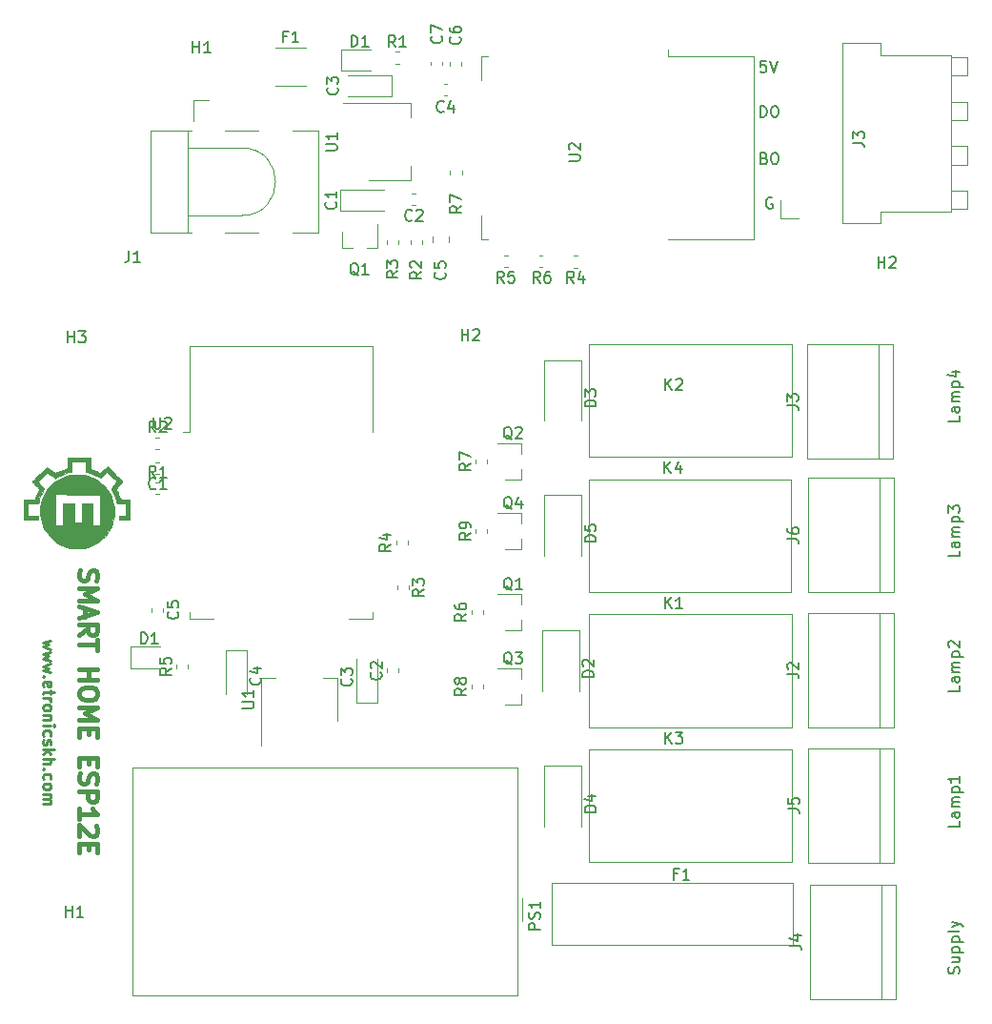
<source format=gbr>
G04 #@! TF.GenerationSoftware,KiCad,Pcbnew,(5.1.6)-1*
G04 #@! TF.CreationDate,2021-01-22T22:35:21+07:00*
G04 #@! TF.ProjectId,penelize-esp-led-strip,70656e65-6c69-47a6-952d-6573702d6c65,rev?*
G04 #@! TF.SameCoordinates,Original*
G04 #@! TF.FileFunction,Legend,Top*
G04 #@! TF.FilePolarity,Positive*
%FSLAX46Y46*%
G04 Gerber Fmt 4.6, Leading zero omitted, Abs format (unit mm)*
G04 Created by KiCad (PCBNEW (5.1.6)-1) date 2021-01-22 22:35:21*
%MOMM*%
%LPD*%
G01*
G04 APERTURE LIST*
%ADD10C,0.150000*%
%ADD11C,0.250000*%
%ADD12C,0.400000*%
%ADD13C,0.010000*%
%ADD14C,0.120000*%
G04 APERTURE END LIST*
D10*
X167452380Y-87738095D02*
X167452380Y-88214285D01*
X166452380Y-88214285D01*
X167452380Y-86976190D02*
X166928571Y-86976190D01*
X166833333Y-87023809D01*
X166785714Y-87119047D01*
X166785714Y-87309523D01*
X166833333Y-87404761D01*
X167404761Y-86976190D02*
X167452380Y-87071428D01*
X167452380Y-87309523D01*
X167404761Y-87404761D01*
X167309523Y-87452380D01*
X167214285Y-87452380D01*
X167119047Y-87404761D01*
X167071428Y-87309523D01*
X167071428Y-87071428D01*
X167023809Y-86976190D01*
X167452380Y-86500000D02*
X166785714Y-86500000D01*
X166880952Y-86500000D02*
X166833333Y-86452380D01*
X166785714Y-86357142D01*
X166785714Y-86214285D01*
X166833333Y-86119047D01*
X166928571Y-86071428D01*
X167452380Y-86071428D01*
X166928571Y-86071428D02*
X166833333Y-86023809D01*
X166785714Y-85928571D01*
X166785714Y-85785714D01*
X166833333Y-85690476D01*
X166928571Y-85642857D01*
X167452380Y-85642857D01*
X166785714Y-85166666D02*
X167785714Y-85166666D01*
X166833333Y-85166666D02*
X166785714Y-85071428D01*
X166785714Y-84880952D01*
X166833333Y-84785714D01*
X166880952Y-84738095D01*
X166976190Y-84690476D01*
X167261904Y-84690476D01*
X167357142Y-84738095D01*
X167404761Y-84785714D01*
X167452380Y-84880952D01*
X167452380Y-85071428D01*
X167404761Y-85166666D01*
X166785714Y-83833333D02*
X167452380Y-83833333D01*
X166404761Y-84071428D02*
X167119047Y-84309523D01*
X167119047Y-83690476D01*
X167452380Y-99738095D02*
X167452380Y-100214285D01*
X166452380Y-100214285D01*
X167452380Y-98976190D02*
X166928571Y-98976190D01*
X166833333Y-99023809D01*
X166785714Y-99119047D01*
X166785714Y-99309523D01*
X166833333Y-99404761D01*
X167404761Y-98976190D02*
X167452380Y-99071428D01*
X167452380Y-99309523D01*
X167404761Y-99404761D01*
X167309523Y-99452380D01*
X167214285Y-99452380D01*
X167119047Y-99404761D01*
X167071428Y-99309523D01*
X167071428Y-99071428D01*
X167023809Y-98976190D01*
X167452380Y-98500000D02*
X166785714Y-98500000D01*
X166880952Y-98500000D02*
X166833333Y-98452380D01*
X166785714Y-98357142D01*
X166785714Y-98214285D01*
X166833333Y-98119047D01*
X166928571Y-98071428D01*
X167452380Y-98071428D01*
X166928571Y-98071428D02*
X166833333Y-98023809D01*
X166785714Y-97928571D01*
X166785714Y-97785714D01*
X166833333Y-97690476D01*
X166928571Y-97642857D01*
X167452380Y-97642857D01*
X166785714Y-97166666D02*
X167785714Y-97166666D01*
X166833333Y-97166666D02*
X166785714Y-97071428D01*
X166785714Y-96880952D01*
X166833333Y-96785714D01*
X166880952Y-96738095D01*
X166976190Y-96690476D01*
X167261904Y-96690476D01*
X167357142Y-96738095D01*
X167404761Y-96785714D01*
X167452380Y-96880952D01*
X167452380Y-97071428D01*
X167404761Y-97166666D01*
X166452380Y-96357142D02*
X166452380Y-95738095D01*
X166833333Y-96071428D01*
X166833333Y-95928571D01*
X166880952Y-95833333D01*
X166928571Y-95785714D01*
X167023809Y-95738095D01*
X167261904Y-95738095D01*
X167357142Y-95785714D01*
X167404761Y-95833333D01*
X167452380Y-95928571D01*
X167452380Y-96214285D01*
X167404761Y-96309523D01*
X167357142Y-96357142D01*
X167452380Y-111738095D02*
X167452380Y-112214285D01*
X166452380Y-112214285D01*
X167452380Y-110976190D02*
X166928571Y-110976190D01*
X166833333Y-111023809D01*
X166785714Y-111119047D01*
X166785714Y-111309523D01*
X166833333Y-111404761D01*
X167404761Y-110976190D02*
X167452380Y-111071428D01*
X167452380Y-111309523D01*
X167404761Y-111404761D01*
X167309523Y-111452380D01*
X167214285Y-111452380D01*
X167119047Y-111404761D01*
X167071428Y-111309523D01*
X167071428Y-111071428D01*
X167023809Y-110976190D01*
X167452380Y-110500000D02*
X166785714Y-110500000D01*
X166880952Y-110500000D02*
X166833333Y-110452380D01*
X166785714Y-110357142D01*
X166785714Y-110214285D01*
X166833333Y-110119047D01*
X166928571Y-110071428D01*
X167452380Y-110071428D01*
X166928571Y-110071428D02*
X166833333Y-110023809D01*
X166785714Y-109928571D01*
X166785714Y-109785714D01*
X166833333Y-109690476D01*
X166928571Y-109642857D01*
X167452380Y-109642857D01*
X166785714Y-109166666D02*
X167785714Y-109166666D01*
X166833333Y-109166666D02*
X166785714Y-109071428D01*
X166785714Y-108880952D01*
X166833333Y-108785714D01*
X166880952Y-108738095D01*
X166976190Y-108690476D01*
X167261904Y-108690476D01*
X167357142Y-108738095D01*
X167404761Y-108785714D01*
X167452380Y-108880952D01*
X167452380Y-109071428D01*
X167404761Y-109166666D01*
X166547619Y-108309523D02*
X166500000Y-108261904D01*
X166452380Y-108166666D01*
X166452380Y-107928571D01*
X166500000Y-107833333D01*
X166547619Y-107785714D01*
X166642857Y-107738095D01*
X166738095Y-107738095D01*
X166880952Y-107785714D01*
X167452380Y-108357142D01*
X167452380Y-107738095D01*
X167452380Y-123738095D02*
X167452380Y-124214285D01*
X166452380Y-124214285D01*
X167452380Y-122976190D02*
X166928571Y-122976190D01*
X166833333Y-123023809D01*
X166785714Y-123119047D01*
X166785714Y-123309523D01*
X166833333Y-123404761D01*
X167404761Y-122976190D02*
X167452380Y-123071428D01*
X167452380Y-123309523D01*
X167404761Y-123404761D01*
X167309523Y-123452380D01*
X167214285Y-123452380D01*
X167119047Y-123404761D01*
X167071428Y-123309523D01*
X167071428Y-123071428D01*
X167023809Y-122976190D01*
X167452380Y-122500000D02*
X166785714Y-122500000D01*
X166880952Y-122500000D02*
X166833333Y-122452380D01*
X166785714Y-122357142D01*
X166785714Y-122214285D01*
X166833333Y-122119047D01*
X166928571Y-122071428D01*
X167452380Y-122071428D01*
X166928571Y-122071428D02*
X166833333Y-122023809D01*
X166785714Y-121928571D01*
X166785714Y-121785714D01*
X166833333Y-121690476D01*
X166928571Y-121642857D01*
X167452380Y-121642857D01*
X166785714Y-121166666D02*
X167785714Y-121166666D01*
X166833333Y-121166666D02*
X166785714Y-121071428D01*
X166785714Y-120880952D01*
X166833333Y-120785714D01*
X166880952Y-120738095D01*
X166976190Y-120690476D01*
X167261904Y-120690476D01*
X167357142Y-120738095D01*
X167404761Y-120785714D01*
X167452380Y-120880952D01*
X167452380Y-121071428D01*
X167404761Y-121166666D01*
X167452380Y-119738095D02*
X167452380Y-120309523D01*
X167452380Y-120023809D02*
X166452380Y-120023809D01*
X166595238Y-120119047D01*
X166690476Y-120214285D01*
X166738095Y-120309523D01*
X167404761Y-137285714D02*
X167452380Y-137142857D01*
X167452380Y-136904761D01*
X167404761Y-136809523D01*
X167357142Y-136761904D01*
X167261904Y-136714285D01*
X167166666Y-136714285D01*
X167071428Y-136761904D01*
X167023809Y-136809523D01*
X166976190Y-136904761D01*
X166928571Y-137095238D01*
X166880952Y-137190476D01*
X166833333Y-137238095D01*
X166738095Y-137285714D01*
X166642857Y-137285714D01*
X166547619Y-137238095D01*
X166500000Y-137190476D01*
X166452380Y-137095238D01*
X166452380Y-136857142D01*
X166500000Y-136714285D01*
X166785714Y-135857142D02*
X167452380Y-135857142D01*
X166785714Y-136285714D02*
X167309523Y-136285714D01*
X167404761Y-136238095D01*
X167452380Y-136142857D01*
X167452380Y-136000000D01*
X167404761Y-135904761D01*
X167357142Y-135857142D01*
X166785714Y-135380952D02*
X167785714Y-135380952D01*
X166833333Y-135380952D02*
X166785714Y-135285714D01*
X166785714Y-135095238D01*
X166833333Y-135000000D01*
X166880952Y-134952380D01*
X166976190Y-134904761D01*
X167261904Y-134904761D01*
X167357142Y-134952380D01*
X167404761Y-135000000D01*
X167452380Y-135095238D01*
X167452380Y-135285714D01*
X167404761Y-135380952D01*
X166785714Y-134476190D02*
X167785714Y-134476190D01*
X166833333Y-134476190D02*
X166785714Y-134380952D01*
X166785714Y-134190476D01*
X166833333Y-134095238D01*
X166880952Y-134047619D01*
X166976190Y-134000000D01*
X167261904Y-134000000D01*
X167357142Y-134047619D01*
X167404761Y-134095238D01*
X167452380Y-134190476D01*
X167452380Y-134380952D01*
X167404761Y-134476190D01*
X167452380Y-133428571D02*
X167404761Y-133523809D01*
X167309523Y-133571428D01*
X166452380Y-133571428D01*
X166785714Y-133142857D02*
X167452380Y-132904761D01*
X166785714Y-132666666D02*
X167452380Y-132904761D01*
X167690476Y-133000000D01*
X167738095Y-133047619D01*
X167785714Y-133142857D01*
D11*
X86714285Y-107690476D02*
X86047619Y-107880952D01*
X86523809Y-108071428D01*
X86047619Y-108261904D01*
X86714285Y-108452380D01*
X86714285Y-108738095D02*
X86047619Y-108928571D01*
X86523809Y-109119047D01*
X86047619Y-109309523D01*
X86714285Y-109500000D01*
X86714285Y-109785714D02*
X86047619Y-109976190D01*
X86523809Y-110166666D01*
X86047619Y-110357142D01*
X86714285Y-110547619D01*
X86142857Y-110928571D02*
X86095238Y-110976190D01*
X86047619Y-110928571D01*
X86095238Y-110880952D01*
X86142857Y-110928571D01*
X86047619Y-110928571D01*
X86095238Y-111785714D02*
X86047619Y-111690476D01*
X86047619Y-111500000D01*
X86095238Y-111404761D01*
X86190476Y-111357142D01*
X86571428Y-111357142D01*
X86666666Y-111404761D01*
X86714285Y-111500000D01*
X86714285Y-111690476D01*
X86666666Y-111785714D01*
X86571428Y-111833333D01*
X86476190Y-111833333D01*
X86380952Y-111357142D01*
X86714285Y-112119047D02*
X86714285Y-112500000D01*
X87047619Y-112261904D02*
X86190476Y-112261904D01*
X86095238Y-112309523D01*
X86047619Y-112404761D01*
X86047619Y-112500000D01*
X86047619Y-112833333D02*
X86714285Y-112833333D01*
X86523809Y-112833333D02*
X86619047Y-112880952D01*
X86666666Y-112928571D01*
X86714285Y-113023809D01*
X86714285Y-113119047D01*
X86047619Y-113595238D02*
X86095238Y-113500000D01*
X86142857Y-113452380D01*
X86238095Y-113404761D01*
X86523809Y-113404761D01*
X86619047Y-113452380D01*
X86666666Y-113500000D01*
X86714285Y-113595238D01*
X86714285Y-113738095D01*
X86666666Y-113833333D01*
X86619047Y-113880952D01*
X86523809Y-113928571D01*
X86238095Y-113928571D01*
X86142857Y-113880952D01*
X86095238Y-113833333D01*
X86047619Y-113738095D01*
X86047619Y-113595238D01*
X86714285Y-114357142D02*
X86047619Y-114357142D01*
X86619047Y-114357142D02*
X86666666Y-114404761D01*
X86714285Y-114500000D01*
X86714285Y-114642857D01*
X86666666Y-114738095D01*
X86571428Y-114785714D01*
X86047619Y-114785714D01*
X86047619Y-115261904D02*
X86714285Y-115261904D01*
X87047619Y-115261904D02*
X87000000Y-115214285D01*
X86952380Y-115261904D01*
X87000000Y-115309523D01*
X87047619Y-115261904D01*
X86952380Y-115261904D01*
X86095238Y-116166666D02*
X86047619Y-116071428D01*
X86047619Y-115880952D01*
X86095238Y-115785714D01*
X86142857Y-115738095D01*
X86238095Y-115690476D01*
X86523809Y-115690476D01*
X86619047Y-115738095D01*
X86666666Y-115785714D01*
X86714285Y-115880952D01*
X86714285Y-116071428D01*
X86666666Y-116166666D01*
X86095238Y-116547619D02*
X86047619Y-116642857D01*
X86047619Y-116833333D01*
X86095238Y-116928571D01*
X86190476Y-116976190D01*
X86238095Y-116976190D01*
X86333333Y-116928571D01*
X86380952Y-116833333D01*
X86380952Y-116690476D01*
X86428571Y-116595238D01*
X86523809Y-116547619D01*
X86571428Y-116547619D01*
X86666666Y-116595238D01*
X86714285Y-116690476D01*
X86714285Y-116833333D01*
X86666666Y-116928571D01*
X86047619Y-117404761D02*
X87047619Y-117404761D01*
X86428571Y-117500000D02*
X86047619Y-117785714D01*
X86714285Y-117785714D02*
X86333333Y-117404761D01*
X86047619Y-118214285D02*
X87047619Y-118214285D01*
X86047619Y-118642857D02*
X86571428Y-118642857D01*
X86666666Y-118595238D01*
X86714285Y-118500000D01*
X86714285Y-118357142D01*
X86666666Y-118261904D01*
X86619047Y-118214285D01*
X86142857Y-119119047D02*
X86095238Y-119166666D01*
X86047619Y-119119047D01*
X86095238Y-119071428D01*
X86142857Y-119119047D01*
X86047619Y-119119047D01*
X86095238Y-120023809D02*
X86047619Y-119928571D01*
X86047619Y-119738095D01*
X86095238Y-119642857D01*
X86142857Y-119595238D01*
X86238095Y-119547619D01*
X86523809Y-119547619D01*
X86619047Y-119595238D01*
X86666666Y-119642857D01*
X86714285Y-119738095D01*
X86714285Y-119928571D01*
X86666666Y-120023809D01*
X86047619Y-120595238D02*
X86095238Y-120500000D01*
X86142857Y-120452380D01*
X86238095Y-120404761D01*
X86523809Y-120404761D01*
X86619047Y-120452380D01*
X86666666Y-120500000D01*
X86714285Y-120595238D01*
X86714285Y-120738095D01*
X86666666Y-120833333D01*
X86619047Y-120880952D01*
X86523809Y-120928571D01*
X86238095Y-120928571D01*
X86142857Y-120880952D01*
X86095238Y-120833333D01*
X86047619Y-120738095D01*
X86047619Y-120595238D01*
X86047619Y-121357142D02*
X86714285Y-121357142D01*
X86619047Y-121357142D02*
X86666666Y-121404761D01*
X86714285Y-121500000D01*
X86714285Y-121642857D01*
X86666666Y-121738095D01*
X86571428Y-121785714D01*
X86047619Y-121785714D01*
X86571428Y-121785714D02*
X86666666Y-121833333D01*
X86714285Y-121928571D01*
X86714285Y-122071428D01*
X86666666Y-122166666D01*
X86571428Y-122214285D01*
X86047619Y-122214285D01*
D12*
X89352380Y-101466666D02*
X89276190Y-101695238D01*
X89276190Y-102076190D01*
X89352380Y-102228571D01*
X89428571Y-102304761D01*
X89580952Y-102380952D01*
X89733333Y-102380952D01*
X89885714Y-102304761D01*
X89961904Y-102228571D01*
X90038095Y-102076190D01*
X90114285Y-101771428D01*
X90190476Y-101619047D01*
X90266666Y-101542857D01*
X90419047Y-101466666D01*
X90571428Y-101466666D01*
X90723809Y-101542857D01*
X90800000Y-101619047D01*
X90876190Y-101771428D01*
X90876190Y-102152380D01*
X90800000Y-102380952D01*
X89276190Y-103066666D02*
X90876190Y-103066666D01*
X89733333Y-103600000D01*
X90876190Y-104133333D01*
X89276190Y-104133333D01*
X89733333Y-104819047D02*
X89733333Y-105580952D01*
X89276190Y-104666666D02*
X90876190Y-105200000D01*
X89276190Y-105733333D01*
X89276190Y-107180952D02*
X90038095Y-106647619D01*
X89276190Y-106266666D02*
X90876190Y-106266666D01*
X90876190Y-106876190D01*
X90800000Y-107028571D01*
X90723809Y-107104761D01*
X90571428Y-107180952D01*
X90342857Y-107180952D01*
X90190476Y-107104761D01*
X90114285Y-107028571D01*
X90038095Y-106876190D01*
X90038095Y-106266666D01*
X90876190Y-107638095D02*
X90876190Y-108552380D01*
X89276190Y-108095238D02*
X90876190Y-108095238D01*
X89276190Y-110304761D02*
X90876190Y-110304761D01*
X90114285Y-110304761D02*
X90114285Y-111219047D01*
X89276190Y-111219047D02*
X90876190Y-111219047D01*
X90876190Y-112285714D02*
X90876190Y-112590476D01*
X90800000Y-112742857D01*
X90647619Y-112895238D01*
X90342857Y-112971428D01*
X89809523Y-112971428D01*
X89504761Y-112895238D01*
X89352380Y-112742857D01*
X89276190Y-112590476D01*
X89276190Y-112285714D01*
X89352380Y-112133333D01*
X89504761Y-111980952D01*
X89809523Y-111904761D01*
X90342857Y-111904761D01*
X90647619Y-111980952D01*
X90800000Y-112133333D01*
X90876190Y-112285714D01*
X89276190Y-113657142D02*
X90876190Y-113657142D01*
X89733333Y-114190476D01*
X90876190Y-114723809D01*
X89276190Y-114723809D01*
X90114285Y-115485714D02*
X90114285Y-116019047D01*
X89276190Y-116247619D02*
X89276190Y-115485714D01*
X90876190Y-115485714D01*
X90876190Y-116247619D01*
X90114285Y-118152380D02*
X90114285Y-118685714D01*
X89276190Y-118914285D02*
X89276190Y-118152380D01*
X90876190Y-118152380D01*
X90876190Y-118914285D01*
X89352380Y-119523809D02*
X89276190Y-119752380D01*
X89276190Y-120133333D01*
X89352380Y-120285714D01*
X89428571Y-120361904D01*
X89580952Y-120438095D01*
X89733333Y-120438095D01*
X89885714Y-120361904D01*
X89961904Y-120285714D01*
X90038095Y-120133333D01*
X90114285Y-119828571D01*
X90190476Y-119676190D01*
X90266666Y-119600000D01*
X90419047Y-119523809D01*
X90571428Y-119523809D01*
X90723809Y-119600000D01*
X90800000Y-119676190D01*
X90876190Y-119828571D01*
X90876190Y-120209523D01*
X90800000Y-120438095D01*
X89276190Y-121123809D02*
X90876190Y-121123809D01*
X90876190Y-121733333D01*
X90800000Y-121885714D01*
X90723809Y-121961904D01*
X90571428Y-122038095D01*
X90342857Y-122038095D01*
X90190476Y-121961904D01*
X90114285Y-121885714D01*
X90038095Y-121733333D01*
X90038095Y-121123809D01*
X89276190Y-123561904D02*
X89276190Y-122647619D01*
X89276190Y-123104761D02*
X90876190Y-123104761D01*
X90647619Y-122952380D01*
X90495238Y-122800000D01*
X90419047Y-122647619D01*
X90723809Y-124171428D02*
X90800000Y-124247619D01*
X90876190Y-124400000D01*
X90876190Y-124780952D01*
X90800000Y-124933333D01*
X90723809Y-125009523D01*
X90571428Y-125085714D01*
X90419047Y-125085714D01*
X90190476Y-125009523D01*
X89276190Y-124095238D01*
X89276190Y-125085714D01*
X90114285Y-125771428D02*
X90114285Y-126304761D01*
X89276190Y-126533333D02*
X89276190Y-125771428D01*
X90876190Y-125771428D01*
X90876190Y-126533333D01*
D10*
X150811904Y-68400000D02*
X150716666Y-68352380D01*
X150573809Y-68352380D01*
X150430952Y-68400000D01*
X150335714Y-68495238D01*
X150288095Y-68590476D01*
X150240476Y-68780952D01*
X150240476Y-68923809D01*
X150288095Y-69114285D01*
X150335714Y-69209523D01*
X150430952Y-69304761D01*
X150573809Y-69352380D01*
X150669047Y-69352380D01*
X150811904Y-69304761D01*
X150859523Y-69257142D01*
X150859523Y-68923809D01*
X150669047Y-68923809D01*
X150097619Y-64878571D02*
X150240476Y-64926190D01*
X150288095Y-64973809D01*
X150335714Y-65069047D01*
X150335714Y-65211904D01*
X150288095Y-65307142D01*
X150240476Y-65354761D01*
X150145238Y-65402380D01*
X149764285Y-65402380D01*
X149764285Y-64402380D01*
X150097619Y-64402380D01*
X150192857Y-64450000D01*
X150240476Y-64497619D01*
X150288095Y-64592857D01*
X150288095Y-64688095D01*
X150240476Y-64783333D01*
X150192857Y-64830952D01*
X150097619Y-64878571D01*
X149764285Y-64878571D01*
X150954761Y-64402380D02*
X151145238Y-64402380D01*
X151240476Y-64450000D01*
X151335714Y-64545238D01*
X151383333Y-64735714D01*
X151383333Y-65069047D01*
X151335714Y-65259523D01*
X151240476Y-65354761D01*
X151145238Y-65402380D01*
X150954761Y-65402380D01*
X150859523Y-65354761D01*
X150764285Y-65259523D01*
X150716666Y-65069047D01*
X150716666Y-64735714D01*
X150764285Y-64545238D01*
X150859523Y-64450000D01*
X150954761Y-64402380D01*
X149764285Y-61252380D02*
X149764285Y-60252380D01*
X150002380Y-60252380D01*
X150145238Y-60300000D01*
X150240476Y-60395238D01*
X150288095Y-60490476D01*
X150335714Y-60680952D01*
X150335714Y-60823809D01*
X150288095Y-61014285D01*
X150240476Y-61109523D01*
X150145238Y-61204761D01*
X150002380Y-61252380D01*
X149764285Y-61252380D01*
X150954761Y-60252380D02*
X151145238Y-60252380D01*
X151240476Y-60300000D01*
X151335714Y-60395238D01*
X151383333Y-60585714D01*
X151383333Y-60919047D01*
X151335714Y-61109523D01*
X151240476Y-61204761D01*
X151145238Y-61252380D01*
X150954761Y-61252380D01*
X150859523Y-61204761D01*
X150764285Y-61109523D01*
X150716666Y-60919047D01*
X150716666Y-60585714D01*
X150764285Y-60395238D01*
X150859523Y-60300000D01*
X150954761Y-60252380D01*
X150259523Y-56252380D02*
X149783333Y-56252380D01*
X149735714Y-56728571D01*
X149783333Y-56680952D01*
X149878571Y-56633333D01*
X150116666Y-56633333D01*
X150211904Y-56680952D01*
X150259523Y-56728571D01*
X150307142Y-56823809D01*
X150307142Y-57061904D01*
X150259523Y-57157142D01*
X150211904Y-57204761D01*
X150116666Y-57252380D01*
X149878571Y-57252380D01*
X149783333Y-57204761D01*
X149735714Y-57157142D01*
X150592857Y-56252380D02*
X150926190Y-57252380D01*
X151259523Y-56252380D01*
D13*
G04 #@! TO.C,G\u002A\u002A\u002A*
G36*
X92810000Y-97016000D02*
G01*
X92810000Y-96646545D01*
X93364182Y-96646545D01*
X93364182Y-95544860D01*
X93208318Y-95530139D01*
X93113069Y-95523493D01*
X92992372Y-95518366D01*
X92866956Y-95515554D01*
X92819995Y-95515255D01*
X92587535Y-95515091D01*
X92545812Y-95336136D01*
X92445319Y-94978059D01*
X92319310Y-94657237D01*
X92167116Y-94371997D01*
X92147718Y-94341108D01*
X92105216Y-94270594D01*
X92086764Y-94225856D01*
X92088927Y-94195553D01*
X92098779Y-94179472D01*
X92123838Y-94148285D01*
X92172028Y-94089120D01*
X92237098Y-94009626D01*
X92312794Y-93917451D01*
X92337700Y-93887182D01*
X92414045Y-93793970D01*
X92480244Y-93712262D01*
X92530513Y-93649262D01*
X92559070Y-93612173D01*
X92562807Y-93606743D01*
X92551449Y-93583030D01*
X92508742Y-93531253D01*
X92437513Y-93454409D01*
X92340590Y-93355495D01*
X92220798Y-93237509D01*
X92152232Y-93171363D01*
X91725645Y-92762421D01*
X91142247Y-93282127D01*
X90804260Y-93107396D01*
X90500591Y-92961765D01*
X90214668Y-92847586D01*
X89952500Y-92767203D01*
X89854364Y-92742402D01*
X89854364Y-91843636D01*
X88562270Y-91843636D01*
X88555999Y-92286065D01*
X88549727Y-92728493D01*
X88332562Y-92783099D01*
X88043374Y-92865354D01*
X87765598Y-92962789D01*
X87510098Y-93071134D01*
X87287737Y-93186117D01*
X87248504Y-93209349D01*
X87176196Y-93252331D01*
X87120237Y-93283917D01*
X87091312Y-93298106D01*
X87089987Y-93298364D01*
X87068992Y-93284650D01*
X87018044Y-93246599D01*
X86943157Y-93188839D01*
X86850345Y-93116002D01*
X86760182Y-93044364D01*
X86655755Y-92962007D01*
X86562915Y-92890792D01*
X86487958Y-92835387D01*
X86437179Y-92800461D01*
X86417708Y-92790364D01*
X86394897Y-92805848D01*
X86345139Y-92848721D01*
X86273967Y-92913608D01*
X86186914Y-92995137D01*
X86089510Y-93087935D01*
X85987288Y-93186629D01*
X85885780Y-93285846D01*
X85790517Y-93380214D01*
X85707032Y-93464358D01*
X85640857Y-93532908D01*
X85597523Y-93580489D01*
X85582546Y-93601515D01*
X85597664Y-93624259D01*
X85639596Y-93674524D01*
X85703207Y-93746481D01*
X85783361Y-93834302D01*
X85859636Y-93915982D01*
X85949623Y-94012241D01*
X86027405Y-94097055D01*
X86087864Y-94164710D01*
X86125881Y-94209491D01*
X86136727Y-94225272D01*
X86125699Y-94250476D01*
X86095944Y-94306172D01*
X86052457Y-94383227D01*
X86016858Y-94444412D01*
X85906522Y-94651350D01*
X85803687Y-94880702D01*
X85716135Y-95113570D01*
X85651647Y-95331057D01*
X85651468Y-95331782D01*
X85600468Y-95538182D01*
X84682000Y-95538182D01*
X84682000Y-96646545D01*
X85605636Y-96646545D01*
X85605636Y-97016000D01*
X84312546Y-97016000D01*
X84312546Y-95168727D01*
X84814773Y-95168179D01*
X85317000Y-95167630D01*
X85381421Y-94965756D01*
X85420379Y-94855423D01*
X85472289Y-94724330D01*
X85528919Y-94592757D01*
X85560375Y-94524859D01*
X85605755Y-94428871D01*
X85642634Y-94348421D01*
X85666998Y-94292432D01*
X85674909Y-94270241D01*
X85659856Y-94249347D01*
X85617889Y-94200237D01*
X85553796Y-94128274D01*
X85472364Y-94038825D01*
X85378382Y-93937253D01*
X85363512Y-93921317D01*
X85251757Y-93800321D01*
X85169999Y-93708329D01*
X85115455Y-93641818D01*
X85085342Y-93597262D01*
X85076875Y-93571137D01*
X85080648Y-93563159D01*
X85102993Y-93541855D01*
X85154449Y-93491775D01*
X85231270Y-93416598D01*
X85329710Y-93320000D01*
X85446024Y-93205657D01*
X85576464Y-93077246D01*
X85717284Y-92938445D01*
X85746226Y-92909898D01*
X86383270Y-92281468D01*
X87110886Y-92854456D01*
X87322306Y-92756235D01*
X87559550Y-92653920D01*
X87818892Y-92555801D01*
X88059046Y-92476247D01*
X88191818Y-92435566D01*
X88191818Y-91474182D01*
X90223818Y-91474182D01*
X90223818Y-92460771D01*
X90430005Y-92534526D01*
X90545170Y-92579116D01*
X90679000Y-92636070D01*
X90809493Y-92695865D01*
X90861686Y-92721373D01*
X91087182Y-92834466D01*
X91203909Y-92734439D01*
X91270000Y-92677198D01*
X91357860Y-92600267D01*
X91454844Y-92514752D01*
X91528437Y-92449460D01*
X91736238Y-92264509D01*
X91817074Y-92329636D01*
X91851999Y-92360956D01*
X91915119Y-92420857D01*
X92002119Y-92505115D01*
X92108686Y-92609508D01*
X92230507Y-92729812D01*
X92363268Y-92861805D01*
X92485495Y-92984046D01*
X92639641Y-93138878D01*
X92763926Y-93264518D01*
X92861274Y-93364303D01*
X92934605Y-93441569D01*
X92986841Y-93499653D01*
X93020905Y-93541892D01*
X93039718Y-93571622D01*
X93046202Y-93592180D01*
X93043279Y-93606903D01*
X93037824Y-93614801D01*
X92922594Y-93751249D01*
X92815508Y-93879778D01*
X92720310Y-93995750D01*
X92640741Y-94094525D01*
X92580544Y-94171466D01*
X92543461Y-94221935D01*
X92532909Y-94240580D01*
X92542209Y-94269290D01*
X92567311Y-94329817D01*
X92604020Y-94412348D01*
X92634715Y-94478681D01*
X92689888Y-94603814D01*
X92747312Y-94746526D01*
X92796913Y-94881456D01*
X92809265Y-94918165D01*
X92846049Y-95025021D01*
X92875489Y-95094729D01*
X92901560Y-95134912D01*
X92928243Y-95153193D01*
X92932596Y-95154531D01*
X92972261Y-95159162D01*
X93048999Y-95163154D01*
X93153700Y-95166210D01*
X93277255Y-95168032D01*
X93358409Y-95168412D01*
X93733636Y-95168727D01*
X93733636Y-97016000D01*
X92810000Y-97016000D01*
G37*
X92810000Y-97016000D02*
X92810000Y-96646545D01*
X93364182Y-96646545D01*
X93364182Y-95544860D01*
X93208318Y-95530139D01*
X93113069Y-95523493D01*
X92992372Y-95518366D01*
X92866956Y-95515554D01*
X92819995Y-95515255D01*
X92587535Y-95515091D01*
X92545812Y-95336136D01*
X92445319Y-94978059D01*
X92319310Y-94657237D01*
X92167116Y-94371997D01*
X92147718Y-94341108D01*
X92105216Y-94270594D01*
X92086764Y-94225856D01*
X92088927Y-94195553D01*
X92098779Y-94179472D01*
X92123838Y-94148285D01*
X92172028Y-94089120D01*
X92237098Y-94009626D01*
X92312794Y-93917451D01*
X92337700Y-93887182D01*
X92414045Y-93793970D01*
X92480244Y-93712262D01*
X92530513Y-93649262D01*
X92559070Y-93612173D01*
X92562807Y-93606743D01*
X92551449Y-93583030D01*
X92508742Y-93531253D01*
X92437513Y-93454409D01*
X92340590Y-93355495D01*
X92220798Y-93237509D01*
X92152232Y-93171363D01*
X91725645Y-92762421D01*
X91142247Y-93282127D01*
X90804260Y-93107396D01*
X90500591Y-92961765D01*
X90214668Y-92847586D01*
X89952500Y-92767203D01*
X89854364Y-92742402D01*
X89854364Y-91843636D01*
X88562270Y-91843636D01*
X88555999Y-92286065D01*
X88549727Y-92728493D01*
X88332562Y-92783099D01*
X88043374Y-92865354D01*
X87765598Y-92962789D01*
X87510098Y-93071134D01*
X87287737Y-93186117D01*
X87248504Y-93209349D01*
X87176196Y-93252331D01*
X87120237Y-93283917D01*
X87091312Y-93298106D01*
X87089987Y-93298364D01*
X87068992Y-93284650D01*
X87018044Y-93246599D01*
X86943157Y-93188839D01*
X86850345Y-93116002D01*
X86760182Y-93044364D01*
X86655755Y-92962007D01*
X86562915Y-92890792D01*
X86487958Y-92835387D01*
X86437179Y-92800461D01*
X86417708Y-92790364D01*
X86394897Y-92805848D01*
X86345139Y-92848721D01*
X86273967Y-92913608D01*
X86186914Y-92995137D01*
X86089510Y-93087935D01*
X85987288Y-93186629D01*
X85885780Y-93285846D01*
X85790517Y-93380214D01*
X85707032Y-93464358D01*
X85640857Y-93532908D01*
X85597523Y-93580489D01*
X85582546Y-93601515D01*
X85597664Y-93624259D01*
X85639596Y-93674524D01*
X85703207Y-93746481D01*
X85783361Y-93834302D01*
X85859636Y-93915982D01*
X85949623Y-94012241D01*
X86027405Y-94097055D01*
X86087864Y-94164710D01*
X86125881Y-94209491D01*
X86136727Y-94225272D01*
X86125699Y-94250476D01*
X86095944Y-94306172D01*
X86052457Y-94383227D01*
X86016858Y-94444412D01*
X85906522Y-94651350D01*
X85803687Y-94880702D01*
X85716135Y-95113570D01*
X85651647Y-95331057D01*
X85651468Y-95331782D01*
X85600468Y-95538182D01*
X84682000Y-95538182D01*
X84682000Y-96646545D01*
X85605636Y-96646545D01*
X85605636Y-97016000D01*
X84312546Y-97016000D01*
X84312546Y-95168727D01*
X84814773Y-95168179D01*
X85317000Y-95167630D01*
X85381421Y-94965756D01*
X85420379Y-94855423D01*
X85472289Y-94724330D01*
X85528919Y-94592757D01*
X85560375Y-94524859D01*
X85605755Y-94428871D01*
X85642634Y-94348421D01*
X85666998Y-94292432D01*
X85674909Y-94270241D01*
X85659856Y-94249347D01*
X85617889Y-94200237D01*
X85553796Y-94128274D01*
X85472364Y-94038825D01*
X85378382Y-93937253D01*
X85363512Y-93921317D01*
X85251757Y-93800321D01*
X85169999Y-93708329D01*
X85115455Y-93641818D01*
X85085342Y-93597262D01*
X85076875Y-93571137D01*
X85080648Y-93563159D01*
X85102993Y-93541855D01*
X85154449Y-93491775D01*
X85231270Y-93416598D01*
X85329710Y-93320000D01*
X85446024Y-93205657D01*
X85576464Y-93077246D01*
X85717284Y-92938445D01*
X85746226Y-92909898D01*
X86383270Y-92281468D01*
X87110886Y-92854456D01*
X87322306Y-92756235D01*
X87559550Y-92653920D01*
X87818892Y-92555801D01*
X88059046Y-92476247D01*
X88191818Y-92435566D01*
X88191818Y-91474182D01*
X90223818Y-91474182D01*
X90223818Y-92460771D01*
X90430005Y-92534526D01*
X90545170Y-92579116D01*
X90679000Y-92636070D01*
X90809493Y-92695865D01*
X90861686Y-92721373D01*
X91087182Y-92834466D01*
X91203909Y-92734439D01*
X91270000Y-92677198D01*
X91357860Y-92600267D01*
X91454844Y-92514752D01*
X91528437Y-92449460D01*
X91736238Y-92264509D01*
X91817074Y-92329636D01*
X91851999Y-92360956D01*
X91915119Y-92420857D01*
X92002119Y-92505115D01*
X92108686Y-92609508D01*
X92230507Y-92729812D01*
X92363268Y-92861805D01*
X92485495Y-92984046D01*
X92639641Y-93138878D01*
X92763926Y-93264518D01*
X92861274Y-93364303D01*
X92934605Y-93441569D01*
X92986841Y-93499653D01*
X93020905Y-93541892D01*
X93039718Y-93571622D01*
X93046202Y-93592180D01*
X93043279Y-93606903D01*
X93037824Y-93614801D01*
X92922594Y-93751249D01*
X92815508Y-93879778D01*
X92720310Y-93995750D01*
X92640741Y-94094525D01*
X92580544Y-94171466D01*
X92543461Y-94221935D01*
X92532909Y-94240580D01*
X92542209Y-94269290D01*
X92567311Y-94329817D01*
X92604020Y-94412348D01*
X92634715Y-94478681D01*
X92689888Y-94603814D01*
X92747312Y-94746526D01*
X92796913Y-94881456D01*
X92809265Y-94918165D01*
X92846049Y-95025021D01*
X92875489Y-95094729D01*
X92901560Y-95134912D01*
X92928243Y-95153193D01*
X92932596Y-95154531D01*
X92972261Y-95159162D01*
X93048999Y-95163154D01*
X93153700Y-95166210D01*
X93277255Y-95168032D01*
X93358409Y-95168412D01*
X93733636Y-95168727D01*
X93733636Y-97016000D01*
X92810000Y-97016000D01*
G36*
X92353960Y-96447953D02*
G01*
X92341373Y-96640027D01*
X92320055Y-96803304D01*
X92317012Y-96819727D01*
X92220111Y-97208982D01*
X92083150Y-97576341D01*
X92000364Y-97750670D01*
X91803778Y-98086304D01*
X91572745Y-98392254D01*
X91309549Y-98666829D01*
X91016473Y-98908340D01*
X90695800Y-99115095D01*
X90349815Y-99285404D01*
X89980801Y-99417577D01*
X89635000Y-99501739D01*
X89476031Y-99524071D01*
X89286541Y-99537673D01*
X89081361Y-99542545D01*
X88875319Y-99538687D01*
X88683246Y-99526100D01*
X88519969Y-99504782D01*
X88503546Y-99501739D01*
X88114291Y-99404838D01*
X87746931Y-99267877D01*
X87572603Y-99185091D01*
X87238354Y-98989102D01*
X86932723Y-98758141D01*
X86657871Y-98495087D01*
X86415960Y-98202821D01*
X86209154Y-97884225D01*
X86039613Y-97542178D01*
X85909501Y-97179561D01*
X85833645Y-96868363D01*
X85814930Y-96749299D01*
X85798908Y-96604851D01*
X85786335Y-96447770D01*
X85777962Y-96290809D01*
X85774544Y-96146716D01*
X85776832Y-96028244D01*
X85780997Y-95976909D01*
X85847921Y-95574390D01*
X85950051Y-95200480D01*
X86088592Y-94852535D01*
X86264750Y-94527911D01*
X86479732Y-94223964D01*
X86689757Y-93984199D01*
X86977756Y-93715077D01*
X87129636Y-93602969D01*
X87129636Y-94729742D01*
X87129636Y-97500909D01*
X87822364Y-97500909D01*
X87822364Y-95538182D01*
X88814690Y-95538182D01*
X88826818Y-97189182D01*
X89461818Y-97202030D01*
X89461818Y-95538182D01*
X90384942Y-95538182D01*
X90397000Y-97443182D01*
X91089727Y-97443182D01*
X91089727Y-94741545D01*
X89109682Y-94735644D01*
X87129636Y-94729742D01*
X87129636Y-93602969D01*
X87287682Y-93486309D01*
X87620483Y-93297385D01*
X87977107Y-93147793D01*
X88358503Y-93037021D01*
X88503546Y-93006261D01*
X88662515Y-92983929D01*
X88852005Y-92970326D01*
X89057185Y-92965454D01*
X89263226Y-92969312D01*
X89455300Y-92981900D01*
X89618577Y-93003218D01*
X89635000Y-93006261D01*
X90024255Y-93103162D01*
X90391614Y-93240123D01*
X90565943Y-93322909D01*
X90901577Y-93519495D01*
X91207527Y-93750528D01*
X91482102Y-94013724D01*
X91723613Y-94306800D01*
X91930368Y-94627473D01*
X92100677Y-94973458D01*
X92232850Y-95342472D01*
X92317012Y-95688273D01*
X92339344Y-95847242D01*
X92352946Y-96036732D01*
X92357818Y-96241912D01*
X92353960Y-96447953D01*
G37*
X92353960Y-96447953D02*
X92341373Y-96640027D01*
X92320055Y-96803304D01*
X92317012Y-96819727D01*
X92220111Y-97208982D01*
X92083150Y-97576341D01*
X92000364Y-97750670D01*
X91803778Y-98086304D01*
X91572745Y-98392254D01*
X91309549Y-98666829D01*
X91016473Y-98908340D01*
X90695800Y-99115095D01*
X90349815Y-99285404D01*
X89980801Y-99417577D01*
X89635000Y-99501739D01*
X89476031Y-99524071D01*
X89286541Y-99537673D01*
X89081361Y-99542545D01*
X88875319Y-99538687D01*
X88683246Y-99526100D01*
X88519969Y-99504782D01*
X88503546Y-99501739D01*
X88114291Y-99404838D01*
X87746931Y-99267877D01*
X87572603Y-99185091D01*
X87238354Y-98989102D01*
X86932723Y-98758141D01*
X86657871Y-98495087D01*
X86415960Y-98202821D01*
X86209154Y-97884225D01*
X86039613Y-97542178D01*
X85909501Y-97179561D01*
X85833645Y-96868363D01*
X85814930Y-96749299D01*
X85798908Y-96604851D01*
X85786335Y-96447770D01*
X85777962Y-96290809D01*
X85774544Y-96146716D01*
X85776832Y-96028244D01*
X85780997Y-95976909D01*
X85847921Y-95574390D01*
X85950051Y-95200480D01*
X86088592Y-94852535D01*
X86264750Y-94527911D01*
X86479732Y-94223964D01*
X86689757Y-93984199D01*
X86977756Y-93715077D01*
X87129636Y-93602969D01*
X87129636Y-94729742D01*
X87129636Y-97500909D01*
X87822364Y-97500909D01*
X87822364Y-95538182D01*
X88814690Y-95538182D01*
X88826818Y-97189182D01*
X89461818Y-97202030D01*
X89461818Y-95538182D01*
X90384942Y-95538182D01*
X90397000Y-97443182D01*
X91089727Y-97443182D01*
X91089727Y-94741545D01*
X89109682Y-94735644D01*
X87129636Y-94729742D01*
X87129636Y-93602969D01*
X87287682Y-93486309D01*
X87620483Y-93297385D01*
X87977107Y-93147793D01*
X88358503Y-93037021D01*
X88503546Y-93006261D01*
X88662515Y-92983929D01*
X88852005Y-92970326D01*
X89057185Y-92965454D01*
X89263226Y-92969312D01*
X89455300Y-92981900D01*
X89618577Y-93003218D01*
X89635000Y-93006261D01*
X90024255Y-93103162D01*
X90391614Y-93240123D01*
X90565943Y-93322909D01*
X90901577Y-93519495D01*
X91207527Y-93750528D01*
X91482102Y-94013724D01*
X91723613Y-94306800D01*
X91930368Y-94627473D01*
X92100677Y-94973458D01*
X92232850Y-95342472D01*
X92317012Y-95688273D01*
X92339344Y-95847242D01*
X92352946Y-96036732D01*
X92357818Y-96241912D01*
X92353960Y-96447953D01*
D14*
G04 #@! TO.C,C1*
X96362779Y-91890000D02*
X96037221Y-91890000D01*
X96362779Y-92910000D02*
X96037221Y-92910000D01*
G04 #@! TO.C,C2*
X116590000Y-110550279D02*
X116590000Y-110224721D01*
X117610000Y-110550279D02*
X117610000Y-110224721D01*
G04 #@! TO.C,C3*
X113865000Y-109350000D02*
X113865000Y-113260000D01*
X113865000Y-113260000D02*
X115735000Y-113260000D01*
X115735000Y-113260000D02*
X115735000Y-109350000D01*
G04 #@! TO.C,C4*
X102265000Y-108540000D02*
X102265000Y-112450000D01*
X104135000Y-108540000D02*
X102265000Y-108540000D01*
X104135000Y-112450000D02*
X104135000Y-108540000D01*
G04 #@! TO.C,C5*
X95690000Y-104837221D02*
X95690000Y-105162779D01*
X96710000Y-104837221D02*
X96710000Y-105162779D01*
G04 #@! TO.C,D1*
X93777500Y-110160000D02*
X96462500Y-110160000D01*
X93777500Y-108240000D02*
X93777500Y-110160000D01*
X96462500Y-108240000D02*
X93777500Y-108240000D01*
G04 #@! TO.C,D2*
X133650000Y-106800000D02*
X130350000Y-106800000D01*
X130350000Y-106800000D02*
X130350000Y-112200000D01*
X133650000Y-106800000D02*
X133650000Y-112200000D01*
G04 #@! TO.C,D3*
X133850000Y-82800000D02*
X133850000Y-88200000D01*
X130550000Y-82800000D02*
X130550000Y-88200000D01*
X133850000Y-82800000D02*
X130550000Y-82800000D01*
G04 #@! TO.C,D4*
X133850000Y-118800000D02*
X130550000Y-118800000D01*
X130550000Y-118800000D02*
X130550000Y-124200000D01*
X133850000Y-118800000D02*
X133850000Y-124200000D01*
G04 #@! TO.C,D5*
X133850000Y-94800000D02*
X133850000Y-100200000D01*
X130550000Y-94800000D02*
X130550000Y-100200000D01*
X133850000Y-94800000D02*
X130550000Y-94800000D01*
G04 #@! TO.C,J2*
X160340000Y-105260000D02*
X160340000Y-115420000D01*
X161610000Y-105260000D02*
X153990000Y-105260000D01*
X153990000Y-105260000D02*
X153990000Y-115420000D01*
X153990000Y-115420000D02*
X161610000Y-115420000D01*
X161610000Y-115420000D02*
X161610000Y-105260000D01*
G04 #@! TO.C,J3*
X161560000Y-91570000D02*
X161560000Y-81410000D01*
X153940000Y-91570000D02*
X161560000Y-91570000D01*
X153940000Y-81410000D02*
X153940000Y-91570000D01*
X161560000Y-81410000D02*
X153940000Y-81410000D01*
X160290000Y-81410000D02*
X160290000Y-91570000D01*
G04 #@! TO.C,J4*
X160540000Y-129380000D02*
X160540000Y-139540000D01*
X161810000Y-129380000D02*
X154190000Y-129380000D01*
X154190000Y-129380000D02*
X154190000Y-139540000D01*
X154190000Y-139540000D02*
X161810000Y-139540000D01*
X161810000Y-139540000D02*
X161810000Y-129380000D01*
G04 #@! TO.C,J5*
X161660000Y-127420000D02*
X161660000Y-117260000D01*
X154040000Y-127420000D02*
X161660000Y-127420000D01*
X154040000Y-117260000D02*
X154040000Y-127420000D01*
X161660000Y-117260000D02*
X154040000Y-117260000D01*
X160390000Y-117260000D02*
X160390000Y-127420000D01*
G04 #@! TO.C,J6*
X161610000Y-103420000D02*
X161610000Y-93260000D01*
X153990000Y-103420000D02*
X161610000Y-103420000D01*
X153990000Y-93260000D02*
X153990000Y-103420000D01*
X161610000Y-93260000D02*
X153990000Y-93260000D01*
X160340000Y-93260000D02*
X160340000Y-103420000D01*
G04 #@! TO.C,PS1*
X128590000Y-132600000D02*
X128590000Y-130590000D01*
X94000000Y-139200000D02*
X128200000Y-139200000D01*
X94000000Y-119000000D02*
X94000000Y-139200000D01*
X128200000Y-119000000D02*
X94000000Y-119000000D01*
X128200000Y-139200000D02*
X128200000Y-119000000D01*
G04 #@! TO.C,R1*
X96037221Y-93690000D02*
X96362779Y-93690000D01*
X96037221Y-94710000D02*
X96362779Y-94710000D01*
G04 #@! TO.C,R2*
X96049721Y-90710000D02*
X96375279Y-90710000D01*
X96049721Y-89690000D02*
X96375279Y-89690000D01*
G04 #@! TO.C,R3*
X117490000Y-102837221D02*
X117490000Y-103162779D01*
X118510000Y-102837221D02*
X118510000Y-103162779D01*
G04 #@! TO.C,R4*
X117390000Y-99162779D02*
X117390000Y-98837221D01*
X118410000Y-99162779D02*
X118410000Y-98837221D01*
G04 #@! TO.C,R5*
X98910000Y-110162779D02*
X98910000Y-109837221D01*
X97890000Y-110162779D02*
X97890000Y-109837221D01*
G04 #@! TO.C,R6*
X124090000Y-105350279D02*
X124090000Y-105024721D01*
X125110000Y-105350279D02*
X125110000Y-105024721D01*
G04 #@! TO.C,R7*
X125510000Y-91975279D02*
X125510000Y-91649721D01*
X124490000Y-91975279D02*
X124490000Y-91649721D01*
G04 #@! TO.C,R8*
X125110000Y-111962779D02*
X125110000Y-111637221D01*
X124090000Y-111962779D02*
X124090000Y-111637221D01*
G04 #@! TO.C,R9*
X124490000Y-98150279D02*
X124490000Y-97824721D01*
X125510000Y-98150279D02*
X125510000Y-97824721D01*
G04 #@! TO.C,U1*
X105390000Y-117050000D02*
X105390000Y-111040000D01*
X112210000Y-114800000D02*
X112210000Y-111040000D01*
X105390000Y-111040000D02*
X106650000Y-111040000D01*
X112210000Y-111040000D02*
X110950000Y-111040000D01*
G04 #@! TO.C,U2*
X99080000Y-89200000D02*
X98470000Y-89200000D01*
X99080000Y-89200000D02*
X99080000Y-81580000D01*
X99080000Y-105820000D02*
X99080000Y-105200000D01*
X101200000Y-105820000D02*
X99080000Y-105820000D01*
X115320000Y-105820000D02*
X113200000Y-105820000D01*
X115320000Y-105200000D02*
X115320000Y-105820000D01*
X115320000Y-81580000D02*
X115320000Y-89200000D01*
X99080000Y-81580000D02*
X115320000Y-81580000D01*
G04 #@! TO.C,F1*
X152650000Y-134750000D02*
X131250000Y-134750000D01*
X152650000Y-134750000D02*
X152650000Y-129250000D01*
X131250000Y-129250000D02*
X131250000Y-134750000D01*
X131250000Y-129250000D02*
X152650000Y-129250000D01*
G04 #@! TO.C,K1*
X134550000Y-105400000D02*
X152550000Y-105400000D01*
X152550000Y-105400000D02*
X152550000Y-115400000D01*
X134550000Y-115400000D02*
X134550000Y-105400000D01*
X134550000Y-115400000D02*
X152550000Y-115400000D01*
G04 #@! TO.C,K2*
X134550000Y-91400000D02*
X152550000Y-91400000D01*
X134550000Y-91400000D02*
X134550000Y-81400000D01*
X152550000Y-81400000D02*
X152550000Y-91400000D01*
X134550000Y-81400000D02*
X152550000Y-81400000D01*
G04 #@! TO.C,K3*
X134550000Y-127400000D02*
X152550000Y-127400000D01*
X134550000Y-127400000D02*
X134550000Y-117400000D01*
X152550000Y-117400000D02*
X152550000Y-127400000D01*
X134550000Y-117400000D02*
X152550000Y-117400000D01*
G04 #@! TO.C,K4*
X134500000Y-93400000D02*
X152500000Y-93400000D01*
X152500000Y-93400000D02*
X152500000Y-103400000D01*
X134500000Y-103400000D02*
X134500000Y-93400000D01*
X134500000Y-103400000D02*
X152500000Y-103400000D01*
G04 #@! TO.C,Q1*
X128560000Y-106780000D02*
X128560000Y-105850000D01*
X128560000Y-103620000D02*
X128560000Y-104550000D01*
X128560000Y-103620000D02*
X126400000Y-103620000D01*
X128560000Y-106780000D02*
X127100000Y-106780000D01*
G04 #@! TO.C,Q2*
X128560000Y-93380000D02*
X127100000Y-93380000D01*
X128560000Y-90220000D02*
X126400000Y-90220000D01*
X128560000Y-90220000D02*
X128560000Y-91150000D01*
X128560000Y-93380000D02*
X128560000Y-92450000D01*
G04 #@! TO.C,Q3*
X128560000Y-113380000D02*
X127100000Y-113380000D01*
X128560000Y-110220000D02*
X126400000Y-110220000D01*
X128560000Y-110220000D02*
X128560000Y-111150000D01*
X128560000Y-113380000D02*
X128560000Y-112450000D01*
G04 #@! TO.C,Q4*
X128560000Y-99580000D02*
X128560000Y-98650000D01*
X128560000Y-96420000D02*
X128560000Y-97350000D01*
X128560000Y-96420000D02*
X126400000Y-96420000D01*
X128560000Y-99580000D02*
X127100000Y-99580000D01*
G04 #@! TO.C,C1*
X116304860Y-67661200D02*
X112394860Y-67661200D01*
X112394860Y-67661200D02*
X112394860Y-69531200D01*
X112394860Y-69531200D02*
X116304860Y-69531200D01*
G04 #@! TO.C,C2*
X119141179Y-69078260D02*
X118815621Y-69078260D01*
X119141179Y-68058260D02*
X118815621Y-68058260D01*
G04 #@! TO.C,C3*
X117045340Y-57483420D02*
X113135340Y-57483420D01*
X117045340Y-59353420D02*
X117045340Y-57483420D01*
X113135340Y-59353420D02*
X117045340Y-59353420D01*
G04 #@! TO.C,C4*
X121624761Y-59332280D02*
X121950319Y-59332280D01*
X121624761Y-58312280D02*
X121950319Y-58312280D01*
G04 #@! TO.C,C5*
X120645840Y-71860362D02*
X120645840Y-72377518D01*
X122065840Y-71860362D02*
X122065840Y-72377518D01*
G04 #@! TO.C,C6*
X123209500Y-56320261D02*
X123209500Y-56645819D01*
X122189500Y-56320261D02*
X122189500Y-56645819D01*
G04 #@! TO.C,C7*
X120505480Y-56297301D02*
X120505480Y-56622859D01*
X121525480Y-56297301D02*
X121525480Y-56622859D01*
G04 #@! TO.C,D1*
X112477320Y-57125440D02*
X115162320Y-57125440D01*
X112477320Y-55205440D02*
X112477320Y-57125440D01*
X115162320Y-55205440D02*
X112477320Y-55205440D01*
G04 #@! TO.C,F1*
X106638308Y-58495200D02*
X109410812Y-58495200D01*
X106638308Y-55075200D02*
X109410812Y-55075200D01*
G04 #@! TO.C,J1*
X99427860Y-59711500D02*
X99427860Y-61611500D01*
X100767860Y-59711500D02*
X99427860Y-59711500D01*
X95577860Y-62411500D02*
X99187860Y-62411500D01*
X110497860Y-71531500D02*
X110497860Y-62411500D01*
X102187860Y-62411500D02*
X105187860Y-62411500D01*
X108187860Y-62411500D02*
X110497860Y-62411500D01*
X108187860Y-71531500D02*
X110497860Y-71531500D01*
X102187860Y-71531500D02*
X105187860Y-71531500D01*
X95577860Y-71531500D02*
X99187860Y-71531500D01*
X95577860Y-71531500D02*
X95577860Y-62411500D01*
X98887860Y-71531500D02*
X98887860Y-62411500D01*
X98887860Y-63971500D02*
X103687860Y-63971500D01*
X98887860Y-69971500D02*
X103687860Y-69971500D01*
X103687860Y-63971500D02*
G75*
G02*
X103687860Y-69971500I0J-3000000D01*
G01*
G04 #@! TO.C,J3*
X151556800Y-70203940D02*
X153166800Y-70203940D01*
X151556800Y-68593940D02*
X151556800Y-70203940D01*
X168176800Y-55893940D02*
X166676800Y-55893940D01*
X168176800Y-57533940D02*
X168176800Y-55893940D01*
X166676800Y-57533940D02*
X168176800Y-57533940D01*
X168176800Y-59853940D02*
X166676800Y-59853940D01*
X168176800Y-61493940D02*
X168176800Y-59853940D01*
X166676800Y-61493940D02*
X168176800Y-61493940D01*
X168176800Y-63813940D02*
X166676800Y-63813940D01*
X168176800Y-65453940D02*
X168176800Y-63813940D01*
X166676800Y-65453940D02*
X168176800Y-65453940D01*
X168176800Y-67773940D02*
X166676800Y-67773940D01*
X168176800Y-69413940D02*
X168176800Y-67773940D01*
X166676800Y-69413940D02*
X168176800Y-69413940D01*
X160476800Y-70653940D02*
X157056800Y-70653940D01*
X160476800Y-69603940D02*
X160476800Y-70653940D01*
X166676800Y-69603940D02*
X160476800Y-69603940D01*
X166676800Y-55703940D02*
X166676800Y-69603940D01*
X160476800Y-55703940D02*
X166676800Y-55703940D01*
X160476800Y-54653940D02*
X160476800Y-55703940D01*
X157056800Y-54653940D02*
X160476800Y-54653940D01*
X157056800Y-70653940D02*
X157056800Y-54653940D01*
G04 #@! TO.C,Q1*
X112572440Y-72888580D02*
X112572440Y-71428580D01*
X115732440Y-72888580D02*
X115732440Y-70728580D01*
X115732440Y-72888580D02*
X114802440Y-72888580D01*
X112572440Y-72888580D02*
X113502440Y-72888580D01*
G04 #@! TO.C,R1*
X117693479Y-55447160D02*
X117367921Y-55447160D01*
X117693479Y-56467160D02*
X117367921Y-56467160D01*
G04 #@! TO.C,R2*
X118666520Y-72151881D02*
X118666520Y-72477439D01*
X119686520Y-72151881D02*
X119686520Y-72477439D01*
G04 #@! TO.C,R3*
X117603720Y-72162241D02*
X117603720Y-72487799D01*
X116583720Y-72162241D02*
X116583720Y-72487799D01*
G04 #@! TO.C,R4*
X133522759Y-74584980D02*
X133197201Y-74584980D01*
X133522759Y-73564980D02*
X133197201Y-73564980D01*
G04 #@! TO.C,R5*
X127299559Y-73552280D02*
X126974001Y-73552280D01*
X127299559Y-74572280D02*
X126974001Y-74572280D01*
G04 #@! TO.C,R6*
X130093121Y-73559900D02*
X130418679Y-73559900D01*
X130093121Y-74579900D02*
X130418679Y-74579900D01*
G04 #@! TO.C,R7*
X123229820Y-66328099D02*
X123229820Y-66002541D01*
X122209820Y-66328099D02*
X122209820Y-66002541D01*
G04 #@! TO.C,U1*
X112707100Y-60012220D02*
X118717100Y-60012220D01*
X114957100Y-66832220D02*
X118717100Y-66832220D01*
X118717100Y-60012220D02*
X118717100Y-61272220D01*
X118717100Y-66832220D02*
X118717100Y-65572220D01*
G04 #@! TO.C,U2*
X141557740Y-55846100D02*
X141557740Y-55236100D01*
X141557740Y-55846100D02*
X149177740Y-55846100D01*
X124937740Y-55846100D02*
X125557740Y-55846100D01*
X124937740Y-57966100D02*
X124937740Y-55846100D01*
X124937740Y-72086100D02*
X124937740Y-69966100D01*
X125557740Y-72086100D02*
X124937740Y-72086100D01*
X149177740Y-72086100D02*
X141557740Y-72086100D01*
X149177740Y-55846100D02*
X149177740Y-72086100D01*
G04 #@! TO.C,C1*
D10*
X96033333Y-94187142D02*
X95985714Y-94234761D01*
X95842857Y-94282380D01*
X95747619Y-94282380D01*
X95604761Y-94234761D01*
X95509523Y-94139523D01*
X95461904Y-94044285D01*
X95414285Y-93853809D01*
X95414285Y-93710952D01*
X95461904Y-93520476D01*
X95509523Y-93425238D01*
X95604761Y-93330000D01*
X95747619Y-93282380D01*
X95842857Y-93282380D01*
X95985714Y-93330000D01*
X96033333Y-93377619D01*
X96985714Y-94282380D02*
X96414285Y-94282380D01*
X96700000Y-94282380D02*
X96700000Y-93282380D01*
X96604761Y-93425238D01*
X96509523Y-93520476D01*
X96414285Y-93568095D01*
G04 #@! TO.C,C2*
X116027142Y-110554166D02*
X116074761Y-110601785D01*
X116122380Y-110744642D01*
X116122380Y-110839880D01*
X116074761Y-110982738D01*
X115979523Y-111077976D01*
X115884285Y-111125595D01*
X115693809Y-111173214D01*
X115550952Y-111173214D01*
X115360476Y-111125595D01*
X115265238Y-111077976D01*
X115170000Y-110982738D01*
X115122380Y-110839880D01*
X115122380Y-110744642D01*
X115170000Y-110601785D01*
X115217619Y-110554166D01*
X115217619Y-110173214D02*
X115170000Y-110125595D01*
X115122380Y-110030357D01*
X115122380Y-109792261D01*
X115170000Y-109697023D01*
X115217619Y-109649404D01*
X115312857Y-109601785D01*
X115408095Y-109601785D01*
X115550952Y-109649404D01*
X116122380Y-110220833D01*
X116122380Y-109601785D01*
G04 #@! TO.C,C3*
X113407142Y-111116666D02*
X113454761Y-111164285D01*
X113502380Y-111307142D01*
X113502380Y-111402380D01*
X113454761Y-111545238D01*
X113359523Y-111640476D01*
X113264285Y-111688095D01*
X113073809Y-111735714D01*
X112930952Y-111735714D01*
X112740476Y-111688095D01*
X112645238Y-111640476D01*
X112550000Y-111545238D01*
X112502380Y-111402380D01*
X112502380Y-111307142D01*
X112550000Y-111164285D01*
X112597619Y-111116666D01*
X112502380Y-110783333D02*
X112502380Y-110164285D01*
X112883333Y-110497619D01*
X112883333Y-110354761D01*
X112930952Y-110259523D01*
X112978571Y-110211904D01*
X113073809Y-110164285D01*
X113311904Y-110164285D01*
X113407142Y-110211904D01*
X113454761Y-110259523D01*
X113502380Y-110354761D01*
X113502380Y-110640476D01*
X113454761Y-110735714D01*
X113407142Y-110783333D01*
G04 #@! TO.C,C4*
X105307142Y-111016666D02*
X105354761Y-111064285D01*
X105402380Y-111207142D01*
X105402380Y-111302380D01*
X105354761Y-111445238D01*
X105259523Y-111540476D01*
X105164285Y-111588095D01*
X104973809Y-111635714D01*
X104830952Y-111635714D01*
X104640476Y-111588095D01*
X104545238Y-111540476D01*
X104450000Y-111445238D01*
X104402380Y-111302380D01*
X104402380Y-111207142D01*
X104450000Y-111064285D01*
X104497619Y-111016666D01*
X104735714Y-110159523D02*
X105402380Y-110159523D01*
X104354761Y-110397619D02*
X105069047Y-110635714D01*
X105069047Y-110016666D01*
G04 #@! TO.C,C5*
X97987142Y-105166666D02*
X98034761Y-105214285D01*
X98082380Y-105357142D01*
X98082380Y-105452380D01*
X98034761Y-105595238D01*
X97939523Y-105690476D01*
X97844285Y-105738095D01*
X97653809Y-105785714D01*
X97510952Y-105785714D01*
X97320476Y-105738095D01*
X97225238Y-105690476D01*
X97130000Y-105595238D01*
X97082380Y-105452380D01*
X97082380Y-105357142D01*
X97130000Y-105214285D01*
X97177619Y-105166666D01*
X97082380Y-104261904D02*
X97082380Y-104738095D01*
X97558571Y-104785714D01*
X97510952Y-104738095D01*
X97463333Y-104642857D01*
X97463333Y-104404761D01*
X97510952Y-104309523D01*
X97558571Y-104261904D01*
X97653809Y-104214285D01*
X97891904Y-104214285D01*
X97987142Y-104261904D01*
X98034761Y-104309523D01*
X98082380Y-104404761D01*
X98082380Y-104642857D01*
X98034761Y-104738095D01*
X97987142Y-104785714D01*
G04 #@! TO.C,D1*
X94724404Y-108002380D02*
X94724404Y-107002380D01*
X94962500Y-107002380D01*
X95105357Y-107050000D01*
X95200595Y-107145238D01*
X95248214Y-107240476D01*
X95295833Y-107430952D01*
X95295833Y-107573809D01*
X95248214Y-107764285D01*
X95200595Y-107859523D01*
X95105357Y-107954761D01*
X94962500Y-108002380D01*
X94724404Y-108002380D01*
X96248214Y-108002380D02*
X95676785Y-108002380D01*
X95962500Y-108002380D02*
X95962500Y-107002380D01*
X95867261Y-107145238D01*
X95772023Y-107240476D01*
X95676785Y-107288095D01*
G04 #@! TO.C,D2*
X134952380Y-110938095D02*
X133952380Y-110938095D01*
X133952380Y-110700000D01*
X134000000Y-110557142D01*
X134095238Y-110461904D01*
X134190476Y-110414285D01*
X134380952Y-110366666D01*
X134523809Y-110366666D01*
X134714285Y-110414285D01*
X134809523Y-110461904D01*
X134904761Y-110557142D01*
X134952380Y-110700000D01*
X134952380Y-110938095D01*
X134047619Y-109985714D02*
X134000000Y-109938095D01*
X133952380Y-109842857D01*
X133952380Y-109604761D01*
X134000000Y-109509523D01*
X134047619Y-109461904D01*
X134142857Y-109414285D01*
X134238095Y-109414285D01*
X134380952Y-109461904D01*
X134952380Y-110033333D01*
X134952380Y-109414285D01*
G04 #@! TO.C,D3*
X135152380Y-86938095D02*
X134152380Y-86938095D01*
X134152380Y-86700000D01*
X134200000Y-86557142D01*
X134295238Y-86461904D01*
X134390476Y-86414285D01*
X134580952Y-86366666D01*
X134723809Y-86366666D01*
X134914285Y-86414285D01*
X135009523Y-86461904D01*
X135104761Y-86557142D01*
X135152380Y-86700000D01*
X135152380Y-86938095D01*
X134152380Y-86033333D02*
X134152380Y-85414285D01*
X134533333Y-85747619D01*
X134533333Y-85604761D01*
X134580952Y-85509523D01*
X134628571Y-85461904D01*
X134723809Y-85414285D01*
X134961904Y-85414285D01*
X135057142Y-85461904D01*
X135104761Y-85509523D01*
X135152380Y-85604761D01*
X135152380Y-85890476D01*
X135104761Y-85985714D01*
X135057142Y-86033333D01*
G04 #@! TO.C,D4*
X135152380Y-122938095D02*
X134152380Y-122938095D01*
X134152380Y-122700000D01*
X134200000Y-122557142D01*
X134295238Y-122461904D01*
X134390476Y-122414285D01*
X134580952Y-122366666D01*
X134723809Y-122366666D01*
X134914285Y-122414285D01*
X135009523Y-122461904D01*
X135104761Y-122557142D01*
X135152380Y-122700000D01*
X135152380Y-122938095D01*
X134485714Y-121509523D02*
X135152380Y-121509523D01*
X134104761Y-121747619D02*
X134819047Y-121985714D01*
X134819047Y-121366666D01*
G04 #@! TO.C,D5*
X135152380Y-98938095D02*
X134152380Y-98938095D01*
X134152380Y-98700000D01*
X134200000Y-98557142D01*
X134295238Y-98461904D01*
X134390476Y-98414285D01*
X134580952Y-98366666D01*
X134723809Y-98366666D01*
X134914285Y-98414285D01*
X135009523Y-98461904D01*
X135104761Y-98557142D01*
X135152380Y-98700000D01*
X135152380Y-98938095D01*
X134152380Y-97461904D02*
X134152380Y-97938095D01*
X134628571Y-97985714D01*
X134580952Y-97938095D01*
X134533333Y-97842857D01*
X134533333Y-97604761D01*
X134580952Y-97509523D01*
X134628571Y-97461904D01*
X134723809Y-97414285D01*
X134961904Y-97414285D01*
X135057142Y-97461904D01*
X135104761Y-97509523D01*
X135152380Y-97604761D01*
X135152380Y-97842857D01*
X135104761Y-97938095D01*
X135057142Y-97985714D01*
G04 #@! TO.C,H1*
X88038095Y-132252380D02*
X88038095Y-131252380D01*
X88038095Y-131728571D02*
X88609523Y-131728571D01*
X88609523Y-132252380D02*
X88609523Y-131252380D01*
X89609523Y-132252380D02*
X89038095Y-132252380D01*
X89323809Y-132252380D02*
X89323809Y-131252380D01*
X89228571Y-131395238D01*
X89133333Y-131490476D01*
X89038095Y-131538095D01*
G04 #@! TO.C,H2*
X123238095Y-81052380D02*
X123238095Y-80052380D01*
X123238095Y-80528571D02*
X123809523Y-80528571D01*
X123809523Y-81052380D02*
X123809523Y-80052380D01*
X124238095Y-80147619D02*
X124285714Y-80100000D01*
X124380952Y-80052380D01*
X124619047Y-80052380D01*
X124714285Y-80100000D01*
X124761904Y-80147619D01*
X124809523Y-80242857D01*
X124809523Y-80338095D01*
X124761904Y-80480952D01*
X124190476Y-81052380D01*
X124809523Y-81052380D01*
G04 #@! TO.C,J2*
X152172380Y-110673333D02*
X152886666Y-110673333D01*
X153029523Y-110720952D01*
X153124761Y-110816190D01*
X153172380Y-110959047D01*
X153172380Y-111054285D01*
X152267619Y-110244761D02*
X152220000Y-110197142D01*
X152172380Y-110101904D01*
X152172380Y-109863809D01*
X152220000Y-109768571D01*
X152267619Y-109720952D01*
X152362857Y-109673333D01*
X152458095Y-109673333D01*
X152600952Y-109720952D01*
X153172380Y-110292380D01*
X153172380Y-109673333D01*
G04 #@! TO.C,J3*
X152122380Y-86823333D02*
X152836666Y-86823333D01*
X152979523Y-86870952D01*
X153074761Y-86966190D01*
X153122380Y-87109047D01*
X153122380Y-87204285D01*
X152122380Y-86442380D02*
X152122380Y-85823333D01*
X152503333Y-86156666D01*
X152503333Y-86013809D01*
X152550952Y-85918571D01*
X152598571Y-85870952D01*
X152693809Y-85823333D01*
X152931904Y-85823333D01*
X153027142Y-85870952D01*
X153074761Y-85918571D01*
X153122380Y-86013809D01*
X153122380Y-86299523D01*
X153074761Y-86394761D01*
X153027142Y-86442380D01*
G04 #@! TO.C,J4*
X152372380Y-134793333D02*
X153086666Y-134793333D01*
X153229523Y-134840952D01*
X153324761Y-134936190D01*
X153372380Y-135079047D01*
X153372380Y-135174285D01*
X152705714Y-133888571D02*
X153372380Y-133888571D01*
X152324761Y-134126666D02*
X153039047Y-134364761D01*
X153039047Y-133745714D01*
G04 #@! TO.C,J5*
X152222380Y-122673333D02*
X152936666Y-122673333D01*
X153079523Y-122720952D01*
X153174761Y-122816190D01*
X153222380Y-122959047D01*
X153222380Y-123054285D01*
X152222380Y-121720952D02*
X152222380Y-122197142D01*
X152698571Y-122244761D01*
X152650952Y-122197142D01*
X152603333Y-122101904D01*
X152603333Y-121863809D01*
X152650952Y-121768571D01*
X152698571Y-121720952D01*
X152793809Y-121673333D01*
X153031904Y-121673333D01*
X153127142Y-121720952D01*
X153174761Y-121768571D01*
X153222380Y-121863809D01*
X153222380Y-122101904D01*
X153174761Y-122197142D01*
X153127142Y-122244761D01*
G04 #@! TO.C,J6*
X152172380Y-98673333D02*
X152886666Y-98673333D01*
X153029523Y-98720952D01*
X153124761Y-98816190D01*
X153172380Y-98959047D01*
X153172380Y-99054285D01*
X152172380Y-97768571D02*
X152172380Y-97959047D01*
X152220000Y-98054285D01*
X152267619Y-98101904D01*
X152410476Y-98197142D01*
X152600952Y-98244761D01*
X152981904Y-98244761D01*
X153077142Y-98197142D01*
X153124761Y-98149523D01*
X153172380Y-98054285D01*
X153172380Y-97863809D01*
X153124761Y-97768571D01*
X153077142Y-97720952D01*
X152981904Y-97673333D01*
X152743809Y-97673333D01*
X152648571Y-97720952D01*
X152600952Y-97768571D01*
X152553333Y-97863809D01*
X152553333Y-98054285D01*
X152600952Y-98149523D01*
X152648571Y-98197142D01*
X152743809Y-98244761D01*
G04 #@! TO.C,PS1*
X130192380Y-133364285D02*
X129192380Y-133364285D01*
X129192380Y-132983333D01*
X129240000Y-132888095D01*
X129287619Y-132840476D01*
X129382857Y-132792857D01*
X129525714Y-132792857D01*
X129620952Y-132840476D01*
X129668571Y-132888095D01*
X129716190Y-132983333D01*
X129716190Y-133364285D01*
X130144761Y-132411904D02*
X130192380Y-132269047D01*
X130192380Y-132030952D01*
X130144761Y-131935714D01*
X130097142Y-131888095D01*
X130001904Y-131840476D01*
X129906666Y-131840476D01*
X129811428Y-131888095D01*
X129763809Y-131935714D01*
X129716190Y-132030952D01*
X129668571Y-132221428D01*
X129620952Y-132316666D01*
X129573333Y-132364285D01*
X129478095Y-132411904D01*
X129382857Y-132411904D01*
X129287619Y-132364285D01*
X129240000Y-132316666D01*
X129192380Y-132221428D01*
X129192380Y-131983333D01*
X129240000Y-131840476D01*
X130192380Y-130888095D02*
X130192380Y-131459523D01*
X130192380Y-131173809D02*
X129192380Y-131173809D01*
X129335238Y-131269047D01*
X129430476Y-131364285D01*
X129478095Y-131459523D01*
G04 #@! TO.C,R1*
X96033333Y-93222380D02*
X95700000Y-92746190D01*
X95461904Y-93222380D02*
X95461904Y-92222380D01*
X95842857Y-92222380D01*
X95938095Y-92270000D01*
X95985714Y-92317619D01*
X96033333Y-92412857D01*
X96033333Y-92555714D01*
X95985714Y-92650952D01*
X95938095Y-92698571D01*
X95842857Y-92746190D01*
X95461904Y-92746190D01*
X96985714Y-93222380D02*
X96414285Y-93222380D01*
X96700000Y-93222380D02*
X96700000Y-92222380D01*
X96604761Y-92365238D01*
X96509523Y-92460476D01*
X96414285Y-92508095D01*
G04 #@! TO.C,R2*
X96045833Y-89222380D02*
X95712500Y-88746190D01*
X95474404Y-89222380D02*
X95474404Y-88222380D01*
X95855357Y-88222380D01*
X95950595Y-88270000D01*
X95998214Y-88317619D01*
X96045833Y-88412857D01*
X96045833Y-88555714D01*
X95998214Y-88650952D01*
X95950595Y-88698571D01*
X95855357Y-88746190D01*
X95474404Y-88746190D01*
X96426785Y-88317619D02*
X96474404Y-88270000D01*
X96569642Y-88222380D01*
X96807738Y-88222380D01*
X96902976Y-88270000D01*
X96950595Y-88317619D01*
X96998214Y-88412857D01*
X96998214Y-88508095D01*
X96950595Y-88650952D01*
X96379166Y-89222380D01*
X96998214Y-89222380D01*
G04 #@! TO.C,R3*
X119882380Y-103166666D02*
X119406190Y-103500000D01*
X119882380Y-103738095D02*
X118882380Y-103738095D01*
X118882380Y-103357142D01*
X118930000Y-103261904D01*
X118977619Y-103214285D01*
X119072857Y-103166666D01*
X119215714Y-103166666D01*
X119310952Y-103214285D01*
X119358571Y-103261904D01*
X119406190Y-103357142D01*
X119406190Y-103738095D01*
X118882380Y-102833333D02*
X118882380Y-102214285D01*
X119263333Y-102547619D01*
X119263333Y-102404761D01*
X119310952Y-102309523D01*
X119358571Y-102261904D01*
X119453809Y-102214285D01*
X119691904Y-102214285D01*
X119787142Y-102261904D01*
X119834761Y-102309523D01*
X119882380Y-102404761D01*
X119882380Y-102690476D01*
X119834761Y-102785714D01*
X119787142Y-102833333D01*
G04 #@! TO.C,R4*
X116922380Y-99166666D02*
X116446190Y-99500000D01*
X116922380Y-99738095D02*
X115922380Y-99738095D01*
X115922380Y-99357142D01*
X115970000Y-99261904D01*
X116017619Y-99214285D01*
X116112857Y-99166666D01*
X116255714Y-99166666D01*
X116350952Y-99214285D01*
X116398571Y-99261904D01*
X116446190Y-99357142D01*
X116446190Y-99738095D01*
X116255714Y-98309523D02*
X116922380Y-98309523D01*
X115874761Y-98547619D02*
X116589047Y-98785714D01*
X116589047Y-98166666D01*
G04 #@! TO.C,R5*
X97422380Y-110166666D02*
X96946190Y-110500000D01*
X97422380Y-110738095D02*
X96422380Y-110738095D01*
X96422380Y-110357142D01*
X96470000Y-110261904D01*
X96517619Y-110214285D01*
X96612857Y-110166666D01*
X96755714Y-110166666D01*
X96850952Y-110214285D01*
X96898571Y-110261904D01*
X96946190Y-110357142D01*
X96946190Y-110738095D01*
X96422380Y-109261904D02*
X96422380Y-109738095D01*
X96898571Y-109785714D01*
X96850952Y-109738095D01*
X96803333Y-109642857D01*
X96803333Y-109404761D01*
X96850952Y-109309523D01*
X96898571Y-109261904D01*
X96993809Y-109214285D01*
X97231904Y-109214285D01*
X97327142Y-109261904D01*
X97374761Y-109309523D01*
X97422380Y-109404761D01*
X97422380Y-109642857D01*
X97374761Y-109738095D01*
X97327142Y-109785714D01*
G04 #@! TO.C,R6*
X123622380Y-105354166D02*
X123146190Y-105687500D01*
X123622380Y-105925595D02*
X122622380Y-105925595D01*
X122622380Y-105544642D01*
X122670000Y-105449404D01*
X122717619Y-105401785D01*
X122812857Y-105354166D01*
X122955714Y-105354166D01*
X123050952Y-105401785D01*
X123098571Y-105449404D01*
X123146190Y-105544642D01*
X123146190Y-105925595D01*
X122622380Y-104497023D02*
X122622380Y-104687500D01*
X122670000Y-104782738D01*
X122717619Y-104830357D01*
X122860476Y-104925595D01*
X123050952Y-104973214D01*
X123431904Y-104973214D01*
X123527142Y-104925595D01*
X123574761Y-104877976D01*
X123622380Y-104782738D01*
X123622380Y-104592261D01*
X123574761Y-104497023D01*
X123527142Y-104449404D01*
X123431904Y-104401785D01*
X123193809Y-104401785D01*
X123098571Y-104449404D01*
X123050952Y-104497023D01*
X123003333Y-104592261D01*
X123003333Y-104782738D01*
X123050952Y-104877976D01*
X123098571Y-104925595D01*
X123193809Y-104973214D01*
G04 #@! TO.C,R7*
X124022380Y-91979166D02*
X123546190Y-92312500D01*
X124022380Y-92550595D02*
X123022380Y-92550595D01*
X123022380Y-92169642D01*
X123070000Y-92074404D01*
X123117619Y-92026785D01*
X123212857Y-91979166D01*
X123355714Y-91979166D01*
X123450952Y-92026785D01*
X123498571Y-92074404D01*
X123546190Y-92169642D01*
X123546190Y-92550595D01*
X123022380Y-91645833D02*
X123022380Y-90979166D01*
X124022380Y-91407738D01*
G04 #@! TO.C,R8*
X123622380Y-111966666D02*
X123146190Y-112300000D01*
X123622380Y-112538095D02*
X122622380Y-112538095D01*
X122622380Y-112157142D01*
X122670000Y-112061904D01*
X122717619Y-112014285D01*
X122812857Y-111966666D01*
X122955714Y-111966666D01*
X123050952Y-112014285D01*
X123098571Y-112061904D01*
X123146190Y-112157142D01*
X123146190Y-112538095D01*
X123050952Y-111395238D02*
X123003333Y-111490476D01*
X122955714Y-111538095D01*
X122860476Y-111585714D01*
X122812857Y-111585714D01*
X122717619Y-111538095D01*
X122670000Y-111490476D01*
X122622380Y-111395238D01*
X122622380Y-111204761D01*
X122670000Y-111109523D01*
X122717619Y-111061904D01*
X122812857Y-111014285D01*
X122860476Y-111014285D01*
X122955714Y-111061904D01*
X123003333Y-111109523D01*
X123050952Y-111204761D01*
X123050952Y-111395238D01*
X123098571Y-111490476D01*
X123146190Y-111538095D01*
X123241428Y-111585714D01*
X123431904Y-111585714D01*
X123527142Y-111538095D01*
X123574761Y-111490476D01*
X123622380Y-111395238D01*
X123622380Y-111204761D01*
X123574761Y-111109523D01*
X123527142Y-111061904D01*
X123431904Y-111014285D01*
X123241428Y-111014285D01*
X123146190Y-111061904D01*
X123098571Y-111109523D01*
X123050952Y-111204761D01*
G04 #@! TO.C,R9*
X124022380Y-98154166D02*
X123546190Y-98487500D01*
X124022380Y-98725595D02*
X123022380Y-98725595D01*
X123022380Y-98344642D01*
X123070000Y-98249404D01*
X123117619Y-98201785D01*
X123212857Y-98154166D01*
X123355714Y-98154166D01*
X123450952Y-98201785D01*
X123498571Y-98249404D01*
X123546190Y-98344642D01*
X123546190Y-98725595D01*
X124022380Y-97677976D02*
X124022380Y-97487500D01*
X123974761Y-97392261D01*
X123927142Y-97344642D01*
X123784285Y-97249404D01*
X123593809Y-97201785D01*
X123212857Y-97201785D01*
X123117619Y-97249404D01*
X123070000Y-97297023D01*
X123022380Y-97392261D01*
X123022380Y-97582738D01*
X123070000Y-97677976D01*
X123117619Y-97725595D01*
X123212857Y-97773214D01*
X123450952Y-97773214D01*
X123546190Y-97725595D01*
X123593809Y-97677976D01*
X123641428Y-97582738D01*
X123641428Y-97392261D01*
X123593809Y-97297023D01*
X123546190Y-97249404D01*
X123450952Y-97201785D01*
G04 #@! TO.C,U1*
X103752380Y-113711904D02*
X104561904Y-113711904D01*
X104657142Y-113664285D01*
X104704761Y-113616666D01*
X104752380Y-113521428D01*
X104752380Y-113330952D01*
X104704761Y-113235714D01*
X104657142Y-113188095D01*
X104561904Y-113140476D01*
X103752380Y-113140476D01*
X104752380Y-112140476D02*
X104752380Y-112711904D01*
X104752380Y-112426190D02*
X103752380Y-112426190D01*
X103895238Y-112521428D01*
X103990476Y-112616666D01*
X104038095Y-112711904D01*
G04 #@! TO.C,U2*
X95878095Y-87892380D02*
X95878095Y-88701904D01*
X95925714Y-88797142D01*
X95973333Y-88844761D01*
X96068571Y-88892380D01*
X96259047Y-88892380D01*
X96354285Y-88844761D01*
X96401904Y-88797142D01*
X96449523Y-88701904D01*
X96449523Y-87892380D01*
X96878095Y-87987619D02*
X96925714Y-87940000D01*
X97020952Y-87892380D01*
X97259047Y-87892380D01*
X97354285Y-87940000D01*
X97401904Y-87987619D01*
X97449523Y-88082857D01*
X97449523Y-88178095D01*
X97401904Y-88320952D01*
X96830476Y-88892380D01*
X97449523Y-88892380D01*
G04 #@! TO.C,F1*
X142416666Y-128428571D02*
X142083333Y-128428571D01*
X142083333Y-128952380D02*
X142083333Y-127952380D01*
X142559523Y-127952380D01*
X143464285Y-128952380D02*
X142892857Y-128952380D01*
X143178571Y-128952380D02*
X143178571Y-127952380D01*
X143083333Y-128095238D01*
X142988095Y-128190476D01*
X142892857Y-128238095D01*
G04 #@! TO.C,K1*
X141311904Y-104852380D02*
X141311904Y-103852380D01*
X141883333Y-104852380D02*
X141454761Y-104280952D01*
X141883333Y-103852380D02*
X141311904Y-104423809D01*
X142835714Y-104852380D02*
X142264285Y-104852380D01*
X142550000Y-104852380D02*
X142550000Y-103852380D01*
X142454761Y-103995238D01*
X142359523Y-104090476D01*
X142264285Y-104138095D01*
G04 #@! TO.C,K2*
X141311904Y-85452380D02*
X141311904Y-84452380D01*
X141883333Y-85452380D02*
X141454761Y-84880952D01*
X141883333Y-84452380D02*
X141311904Y-85023809D01*
X142264285Y-84547619D02*
X142311904Y-84500000D01*
X142407142Y-84452380D01*
X142645238Y-84452380D01*
X142740476Y-84500000D01*
X142788095Y-84547619D01*
X142835714Y-84642857D01*
X142835714Y-84738095D01*
X142788095Y-84880952D01*
X142216666Y-85452380D01*
X142835714Y-85452380D01*
G04 #@! TO.C,K3*
X141311904Y-116852380D02*
X141311904Y-115852380D01*
X141883333Y-116852380D02*
X141454761Y-116280952D01*
X141883333Y-115852380D02*
X141311904Y-116423809D01*
X142216666Y-115852380D02*
X142835714Y-115852380D01*
X142502380Y-116233333D01*
X142645238Y-116233333D01*
X142740476Y-116280952D01*
X142788095Y-116328571D01*
X142835714Y-116423809D01*
X142835714Y-116661904D01*
X142788095Y-116757142D01*
X142740476Y-116804761D01*
X142645238Y-116852380D01*
X142359523Y-116852380D01*
X142264285Y-116804761D01*
X142216666Y-116757142D01*
G04 #@! TO.C,K4*
X141261904Y-92852380D02*
X141261904Y-91852380D01*
X141833333Y-92852380D02*
X141404761Y-92280952D01*
X141833333Y-91852380D02*
X141261904Y-92423809D01*
X142690476Y-92185714D02*
X142690476Y-92852380D01*
X142452380Y-91804761D02*
X142214285Y-92519047D01*
X142833333Y-92519047D01*
G04 #@! TO.C,Q1*
X127704761Y-103247619D02*
X127609523Y-103200000D01*
X127514285Y-103104761D01*
X127371428Y-102961904D01*
X127276190Y-102914285D01*
X127180952Y-102914285D01*
X127228571Y-103152380D02*
X127133333Y-103104761D01*
X127038095Y-103009523D01*
X126990476Y-102819047D01*
X126990476Y-102485714D01*
X127038095Y-102295238D01*
X127133333Y-102200000D01*
X127228571Y-102152380D01*
X127419047Y-102152380D01*
X127514285Y-102200000D01*
X127609523Y-102295238D01*
X127657142Y-102485714D01*
X127657142Y-102819047D01*
X127609523Y-103009523D01*
X127514285Y-103104761D01*
X127419047Y-103152380D01*
X127228571Y-103152380D01*
X128609523Y-103152380D02*
X128038095Y-103152380D01*
X128323809Y-103152380D02*
X128323809Y-102152380D01*
X128228571Y-102295238D01*
X128133333Y-102390476D01*
X128038095Y-102438095D01*
G04 #@! TO.C,Q2*
X127704761Y-89847619D02*
X127609523Y-89800000D01*
X127514285Y-89704761D01*
X127371428Y-89561904D01*
X127276190Y-89514285D01*
X127180952Y-89514285D01*
X127228571Y-89752380D02*
X127133333Y-89704761D01*
X127038095Y-89609523D01*
X126990476Y-89419047D01*
X126990476Y-89085714D01*
X127038095Y-88895238D01*
X127133333Y-88800000D01*
X127228571Y-88752380D01*
X127419047Y-88752380D01*
X127514285Y-88800000D01*
X127609523Y-88895238D01*
X127657142Y-89085714D01*
X127657142Y-89419047D01*
X127609523Y-89609523D01*
X127514285Y-89704761D01*
X127419047Y-89752380D01*
X127228571Y-89752380D01*
X128038095Y-88847619D02*
X128085714Y-88800000D01*
X128180952Y-88752380D01*
X128419047Y-88752380D01*
X128514285Y-88800000D01*
X128561904Y-88847619D01*
X128609523Y-88942857D01*
X128609523Y-89038095D01*
X128561904Y-89180952D01*
X127990476Y-89752380D01*
X128609523Y-89752380D01*
G04 #@! TO.C,Q3*
X127704761Y-109847619D02*
X127609523Y-109800000D01*
X127514285Y-109704761D01*
X127371428Y-109561904D01*
X127276190Y-109514285D01*
X127180952Y-109514285D01*
X127228571Y-109752380D02*
X127133333Y-109704761D01*
X127038095Y-109609523D01*
X126990476Y-109419047D01*
X126990476Y-109085714D01*
X127038095Y-108895238D01*
X127133333Y-108800000D01*
X127228571Y-108752380D01*
X127419047Y-108752380D01*
X127514285Y-108800000D01*
X127609523Y-108895238D01*
X127657142Y-109085714D01*
X127657142Y-109419047D01*
X127609523Y-109609523D01*
X127514285Y-109704761D01*
X127419047Y-109752380D01*
X127228571Y-109752380D01*
X127990476Y-108752380D02*
X128609523Y-108752380D01*
X128276190Y-109133333D01*
X128419047Y-109133333D01*
X128514285Y-109180952D01*
X128561904Y-109228571D01*
X128609523Y-109323809D01*
X128609523Y-109561904D01*
X128561904Y-109657142D01*
X128514285Y-109704761D01*
X128419047Y-109752380D01*
X128133333Y-109752380D01*
X128038095Y-109704761D01*
X127990476Y-109657142D01*
G04 #@! TO.C,Q4*
X127704761Y-96047619D02*
X127609523Y-96000000D01*
X127514285Y-95904761D01*
X127371428Y-95761904D01*
X127276190Y-95714285D01*
X127180952Y-95714285D01*
X127228571Y-95952380D02*
X127133333Y-95904761D01*
X127038095Y-95809523D01*
X126990476Y-95619047D01*
X126990476Y-95285714D01*
X127038095Y-95095238D01*
X127133333Y-95000000D01*
X127228571Y-94952380D01*
X127419047Y-94952380D01*
X127514285Y-95000000D01*
X127609523Y-95095238D01*
X127657142Y-95285714D01*
X127657142Y-95619047D01*
X127609523Y-95809523D01*
X127514285Y-95904761D01*
X127419047Y-95952380D01*
X127228571Y-95952380D01*
X128514285Y-95285714D02*
X128514285Y-95952380D01*
X128276190Y-94904761D02*
X128038095Y-95619047D01*
X128657142Y-95619047D01*
G04 #@! TO.C,H3*
X88238095Y-81252380D02*
X88238095Y-80252380D01*
X88238095Y-80728571D02*
X88809523Y-80728571D01*
X88809523Y-81252380D02*
X88809523Y-80252380D01*
X89190476Y-80252380D02*
X89809523Y-80252380D01*
X89476190Y-80633333D01*
X89619047Y-80633333D01*
X89714285Y-80680952D01*
X89761904Y-80728571D01*
X89809523Y-80823809D01*
X89809523Y-81061904D01*
X89761904Y-81157142D01*
X89714285Y-81204761D01*
X89619047Y-81252380D01*
X89333333Y-81252380D01*
X89238095Y-81204761D01*
X89190476Y-81157142D01*
G04 #@! TO.C,C1*
X112007142Y-68766666D02*
X112054761Y-68814285D01*
X112102380Y-68957142D01*
X112102380Y-69052380D01*
X112054761Y-69195238D01*
X111959523Y-69290476D01*
X111864285Y-69338095D01*
X111673809Y-69385714D01*
X111530952Y-69385714D01*
X111340476Y-69338095D01*
X111245238Y-69290476D01*
X111150000Y-69195238D01*
X111102380Y-69052380D01*
X111102380Y-68957142D01*
X111150000Y-68814285D01*
X111197619Y-68766666D01*
X112102380Y-67814285D02*
X112102380Y-68385714D01*
X112102380Y-68100000D02*
X111102380Y-68100000D01*
X111245238Y-68195238D01*
X111340476Y-68290476D01*
X111388095Y-68385714D01*
G04 #@! TO.C,C2*
X118811733Y-70355402D02*
X118764114Y-70403021D01*
X118621257Y-70450640D01*
X118526019Y-70450640D01*
X118383161Y-70403021D01*
X118287923Y-70307783D01*
X118240304Y-70212545D01*
X118192685Y-70022069D01*
X118192685Y-69879212D01*
X118240304Y-69688736D01*
X118287923Y-69593498D01*
X118383161Y-69498260D01*
X118526019Y-69450640D01*
X118621257Y-69450640D01*
X118764114Y-69498260D01*
X118811733Y-69545879D01*
X119192685Y-69545879D02*
X119240304Y-69498260D01*
X119335542Y-69450640D01*
X119573638Y-69450640D01*
X119668876Y-69498260D01*
X119716495Y-69545879D01*
X119764114Y-69641117D01*
X119764114Y-69736355D01*
X119716495Y-69879212D01*
X119145066Y-70450640D01*
X119764114Y-70450640D01*
G04 #@! TO.C,C3*
X112157142Y-58616666D02*
X112204761Y-58664285D01*
X112252380Y-58807142D01*
X112252380Y-58902380D01*
X112204761Y-59045238D01*
X112109523Y-59140476D01*
X112014285Y-59188095D01*
X111823809Y-59235714D01*
X111680952Y-59235714D01*
X111490476Y-59188095D01*
X111395238Y-59140476D01*
X111300000Y-59045238D01*
X111252380Y-58902380D01*
X111252380Y-58807142D01*
X111300000Y-58664285D01*
X111347619Y-58616666D01*
X111252380Y-58283333D02*
X111252380Y-57664285D01*
X111633333Y-57997619D01*
X111633333Y-57854761D01*
X111680952Y-57759523D01*
X111728571Y-57711904D01*
X111823809Y-57664285D01*
X112061904Y-57664285D01*
X112157142Y-57711904D01*
X112204761Y-57759523D01*
X112252380Y-57854761D01*
X112252380Y-58140476D01*
X112204761Y-58235714D01*
X112157142Y-58283333D01*
G04 #@! TO.C,C4*
X121633333Y-60707142D02*
X121585714Y-60754761D01*
X121442857Y-60802380D01*
X121347619Y-60802380D01*
X121204761Y-60754761D01*
X121109523Y-60659523D01*
X121061904Y-60564285D01*
X121014285Y-60373809D01*
X121014285Y-60230952D01*
X121061904Y-60040476D01*
X121109523Y-59945238D01*
X121204761Y-59850000D01*
X121347619Y-59802380D01*
X121442857Y-59802380D01*
X121585714Y-59850000D01*
X121633333Y-59897619D01*
X122490476Y-60135714D02*
X122490476Y-60802380D01*
X122252380Y-59754761D02*
X122014285Y-60469047D01*
X122633333Y-60469047D01*
G04 #@! TO.C,C5*
X121707142Y-75016666D02*
X121754761Y-75064285D01*
X121802380Y-75207142D01*
X121802380Y-75302380D01*
X121754761Y-75445238D01*
X121659523Y-75540476D01*
X121564285Y-75588095D01*
X121373809Y-75635714D01*
X121230952Y-75635714D01*
X121040476Y-75588095D01*
X120945238Y-75540476D01*
X120850000Y-75445238D01*
X120802380Y-75302380D01*
X120802380Y-75207142D01*
X120850000Y-75064285D01*
X120897619Y-75016666D01*
X120802380Y-74111904D02*
X120802380Y-74588095D01*
X121278571Y-74635714D01*
X121230952Y-74588095D01*
X121183333Y-74492857D01*
X121183333Y-74254761D01*
X121230952Y-74159523D01*
X121278571Y-74111904D01*
X121373809Y-74064285D01*
X121611904Y-74064285D01*
X121707142Y-74111904D01*
X121754761Y-74159523D01*
X121802380Y-74254761D01*
X121802380Y-74492857D01*
X121754761Y-74588095D01*
X121707142Y-74635714D01*
G04 #@! TO.C,C6*
X123057142Y-54116666D02*
X123104761Y-54164285D01*
X123152380Y-54307142D01*
X123152380Y-54402380D01*
X123104761Y-54545238D01*
X123009523Y-54640476D01*
X122914285Y-54688095D01*
X122723809Y-54735714D01*
X122580952Y-54735714D01*
X122390476Y-54688095D01*
X122295238Y-54640476D01*
X122200000Y-54545238D01*
X122152380Y-54402380D01*
X122152380Y-54307142D01*
X122200000Y-54164285D01*
X122247619Y-54116666D01*
X122152380Y-53259523D02*
X122152380Y-53450000D01*
X122200000Y-53545238D01*
X122247619Y-53592857D01*
X122390476Y-53688095D01*
X122580952Y-53735714D01*
X122961904Y-53735714D01*
X123057142Y-53688095D01*
X123104761Y-53640476D01*
X123152380Y-53545238D01*
X123152380Y-53354761D01*
X123104761Y-53259523D01*
X123057142Y-53211904D01*
X122961904Y-53164285D01*
X122723809Y-53164285D01*
X122628571Y-53211904D01*
X122580952Y-53259523D01*
X122533333Y-53354761D01*
X122533333Y-53545238D01*
X122580952Y-53640476D01*
X122628571Y-53688095D01*
X122723809Y-53735714D01*
G04 #@! TO.C,C7*
X121407142Y-54066666D02*
X121454761Y-54114285D01*
X121502380Y-54257142D01*
X121502380Y-54352380D01*
X121454761Y-54495238D01*
X121359523Y-54590476D01*
X121264285Y-54638095D01*
X121073809Y-54685714D01*
X120930952Y-54685714D01*
X120740476Y-54638095D01*
X120645238Y-54590476D01*
X120550000Y-54495238D01*
X120502380Y-54352380D01*
X120502380Y-54257142D01*
X120550000Y-54114285D01*
X120597619Y-54066666D01*
X120502380Y-53733333D02*
X120502380Y-53066666D01*
X121502380Y-53495238D01*
G04 #@! TO.C,D1*
X113424224Y-54967820D02*
X113424224Y-53967820D01*
X113662320Y-53967820D01*
X113805177Y-54015440D01*
X113900415Y-54110678D01*
X113948034Y-54205916D01*
X113995653Y-54396392D01*
X113995653Y-54539249D01*
X113948034Y-54729725D01*
X113900415Y-54824963D01*
X113805177Y-54920201D01*
X113662320Y-54967820D01*
X113424224Y-54967820D01*
X114948034Y-54967820D02*
X114376605Y-54967820D01*
X114662320Y-54967820D02*
X114662320Y-53967820D01*
X114567081Y-54110678D01*
X114471843Y-54205916D01*
X114376605Y-54253535D01*
G04 #@! TO.C,F1*
X107691226Y-54063771D02*
X107357893Y-54063771D01*
X107357893Y-54587580D02*
X107357893Y-53587580D01*
X107834083Y-53587580D01*
X108738845Y-54587580D02*
X108167417Y-54587580D01*
X108453131Y-54587580D02*
X108453131Y-53587580D01*
X108357893Y-53730438D01*
X108262655Y-53825676D01*
X108167417Y-53873295D01*
G04 #@! TO.C,H1*
X99349855Y-55508260D02*
X99349855Y-54508260D01*
X99349855Y-54984451D02*
X99921283Y-54984451D01*
X99921283Y-55508260D02*
X99921283Y-54508260D01*
X100921283Y-55508260D02*
X100349855Y-55508260D01*
X100635569Y-55508260D02*
X100635569Y-54508260D01*
X100540331Y-54651118D01*
X100445093Y-54746356D01*
X100349855Y-54793975D01*
G04 #@! TO.C,H2*
X160238095Y-74618320D02*
X160238095Y-73618320D01*
X160238095Y-74094511D02*
X160809523Y-74094511D01*
X160809523Y-74618320D02*
X160809523Y-73618320D01*
X161238095Y-73713559D02*
X161285714Y-73665940D01*
X161380952Y-73618320D01*
X161619047Y-73618320D01*
X161714285Y-73665940D01*
X161761904Y-73713559D01*
X161809523Y-73808797D01*
X161809523Y-73904035D01*
X161761904Y-74046892D01*
X161190476Y-74618320D01*
X161809523Y-74618320D01*
G04 #@! TO.C,J1*
X93666666Y-73102380D02*
X93666666Y-73816666D01*
X93619047Y-73959523D01*
X93523809Y-74054761D01*
X93380952Y-74102380D01*
X93285714Y-74102380D01*
X94666666Y-74102380D02*
X94095238Y-74102380D01*
X94380952Y-74102380D02*
X94380952Y-73102380D01*
X94285714Y-73245238D01*
X94190476Y-73340476D01*
X94095238Y-73388095D01*
G04 #@! TO.C,J3*
X158002380Y-63533333D02*
X158716666Y-63533333D01*
X158859523Y-63580952D01*
X158954761Y-63676190D01*
X159002380Y-63819047D01*
X159002380Y-63914285D01*
X158002380Y-63152380D02*
X158002380Y-62533333D01*
X158383333Y-62866666D01*
X158383333Y-62723809D01*
X158430952Y-62628571D01*
X158478571Y-62580952D01*
X158573809Y-62533333D01*
X158811904Y-62533333D01*
X158907142Y-62580952D01*
X158954761Y-62628571D01*
X159002380Y-62723809D01*
X159002380Y-63009523D01*
X158954761Y-63104761D01*
X158907142Y-63152380D01*
G04 #@! TO.C,Q1*
X114054761Y-75297619D02*
X113959523Y-75250000D01*
X113864285Y-75154761D01*
X113721428Y-75011904D01*
X113626190Y-74964285D01*
X113530952Y-74964285D01*
X113578571Y-75202380D02*
X113483333Y-75154761D01*
X113388095Y-75059523D01*
X113340476Y-74869047D01*
X113340476Y-74535714D01*
X113388095Y-74345238D01*
X113483333Y-74250000D01*
X113578571Y-74202380D01*
X113769047Y-74202380D01*
X113864285Y-74250000D01*
X113959523Y-74345238D01*
X114007142Y-74535714D01*
X114007142Y-74869047D01*
X113959523Y-75059523D01*
X113864285Y-75154761D01*
X113769047Y-75202380D01*
X113578571Y-75202380D01*
X114959523Y-75202380D02*
X114388095Y-75202380D01*
X114673809Y-75202380D02*
X114673809Y-74202380D01*
X114578571Y-74345238D01*
X114483333Y-74440476D01*
X114388095Y-74488095D01*
G04 #@! TO.C,R1*
X117333333Y-55002380D02*
X117000000Y-54526190D01*
X116761904Y-55002380D02*
X116761904Y-54002380D01*
X117142857Y-54002380D01*
X117238095Y-54050000D01*
X117285714Y-54097619D01*
X117333333Y-54192857D01*
X117333333Y-54335714D01*
X117285714Y-54430952D01*
X117238095Y-54478571D01*
X117142857Y-54526190D01*
X116761904Y-54526190D01*
X118285714Y-55002380D02*
X117714285Y-55002380D01*
X118000000Y-55002380D02*
X118000000Y-54002380D01*
X117904761Y-54145238D01*
X117809523Y-54240476D01*
X117714285Y-54288095D01*
G04 #@! TO.C,R2*
X119652380Y-74966666D02*
X119176190Y-75300000D01*
X119652380Y-75538095D02*
X118652380Y-75538095D01*
X118652380Y-75157142D01*
X118700000Y-75061904D01*
X118747619Y-75014285D01*
X118842857Y-74966666D01*
X118985714Y-74966666D01*
X119080952Y-75014285D01*
X119128571Y-75061904D01*
X119176190Y-75157142D01*
X119176190Y-75538095D01*
X118747619Y-74585714D02*
X118700000Y-74538095D01*
X118652380Y-74442857D01*
X118652380Y-74204761D01*
X118700000Y-74109523D01*
X118747619Y-74061904D01*
X118842857Y-74014285D01*
X118938095Y-74014285D01*
X119080952Y-74061904D01*
X119652380Y-74633333D01*
X119652380Y-74014285D01*
G04 #@! TO.C,R3*
X117552380Y-74916666D02*
X117076190Y-75250000D01*
X117552380Y-75488095D02*
X116552380Y-75488095D01*
X116552380Y-75107142D01*
X116600000Y-75011904D01*
X116647619Y-74964285D01*
X116742857Y-74916666D01*
X116885714Y-74916666D01*
X116980952Y-74964285D01*
X117028571Y-75011904D01*
X117076190Y-75107142D01*
X117076190Y-75488095D01*
X116552380Y-74583333D02*
X116552380Y-73964285D01*
X116933333Y-74297619D01*
X116933333Y-74154761D01*
X116980952Y-74059523D01*
X117028571Y-74011904D01*
X117123809Y-73964285D01*
X117361904Y-73964285D01*
X117457142Y-74011904D01*
X117504761Y-74059523D01*
X117552380Y-74154761D01*
X117552380Y-74440476D01*
X117504761Y-74535714D01*
X117457142Y-74583333D01*
G04 #@! TO.C,R4*
X133193313Y-75957360D02*
X132859980Y-75481170D01*
X132621884Y-75957360D02*
X132621884Y-74957360D01*
X133002837Y-74957360D01*
X133098075Y-75004980D01*
X133145694Y-75052599D01*
X133193313Y-75147837D01*
X133193313Y-75290694D01*
X133145694Y-75385932D01*
X133098075Y-75433551D01*
X133002837Y-75481170D01*
X132621884Y-75481170D01*
X134050456Y-75290694D02*
X134050456Y-75957360D01*
X133812360Y-74909741D02*
X133574265Y-75624027D01*
X134193313Y-75624027D01*
G04 #@! TO.C,R5*
X126970113Y-75944660D02*
X126636780Y-75468470D01*
X126398684Y-75944660D02*
X126398684Y-74944660D01*
X126779637Y-74944660D01*
X126874875Y-74992280D01*
X126922494Y-75039899D01*
X126970113Y-75135137D01*
X126970113Y-75277994D01*
X126922494Y-75373232D01*
X126874875Y-75420851D01*
X126779637Y-75468470D01*
X126398684Y-75468470D01*
X127874875Y-74944660D02*
X127398684Y-74944660D01*
X127351065Y-75420851D01*
X127398684Y-75373232D01*
X127493922Y-75325613D01*
X127732018Y-75325613D01*
X127827256Y-75373232D01*
X127874875Y-75420851D01*
X127922494Y-75516089D01*
X127922494Y-75754184D01*
X127874875Y-75849422D01*
X127827256Y-75897041D01*
X127732018Y-75944660D01*
X127493922Y-75944660D01*
X127398684Y-75897041D01*
X127351065Y-75849422D01*
G04 #@! TO.C,R6*
X130183333Y-75952380D02*
X129850000Y-75476190D01*
X129611904Y-75952380D02*
X129611904Y-74952380D01*
X129992857Y-74952380D01*
X130088095Y-75000000D01*
X130135714Y-75047619D01*
X130183333Y-75142857D01*
X130183333Y-75285714D01*
X130135714Y-75380952D01*
X130088095Y-75428571D01*
X129992857Y-75476190D01*
X129611904Y-75476190D01*
X131040476Y-74952380D02*
X130850000Y-74952380D01*
X130754761Y-75000000D01*
X130707142Y-75047619D01*
X130611904Y-75190476D01*
X130564285Y-75380952D01*
X130564285Y-75761904D01*
X130611904Y-75857142D01*
X130659523Y-75904761D01*
X130754761Y-75952380D01*
X130945238Y-75952380D01*
X131040476Y-75904761D01*
X131088095Y-75857142D01*
X131135714Y-75761904D01*
X131135714Y-75523809D01*
X131088095Y-75428571D01*
X131040476Y-75380952D01*
X130945238Y-75333333D01*
X130754761Y-75333333D01*
X130659523Y-75380952D01*
X130611904Y-75428571D01*
X130564285Y-75523809D01*
G04 #@! TO.C,R7*
X123202380Y-69116666D02*
X122726190Y-69450000D01*
X123202380Y-69688095D02*
X122202380Y-69688095D01*
X122202380Y-69307142D01*
X122250000Y-69211904D01*
X122297619Y-69164285D01*
X122392857Y-69116666D01*
X122535714Y-69116666D01*
X122630952Y-69164285D01*
X122678571Y-69211904D01*
X122726190Y-69307142D01*
X122726190Y-69688095D01*
X122202380Y-68783333D02*
X122202380Y-68116666D01*
X123202380Y-68545238D01*
G04 #@! TO.C,U1*
X111152380Y-64211904D02*
X111961904Y-64211904D01*
X112057142Y-64164285D01*
X112104761Y-64116666D01*
X112152380Y-64021428D01*
X112152380Y-63830952D01*
X112104761Y-63735714D01*
X112057142Y-63688095D01*
X111961904Y-63640476D01*
X111152380Y-63640476D01*
X112152380Y-62640476D02*
X112152380Y-63211904D01*
X112152380Y-62926190D02*
X111152380Y-62926190D01*
X111295238Y-63021428D01*
X111390476Y-63116666D01*
X111438095Y-63211904D01*
G04 #@! TO.C,U2*
X132746220Y-65116304D02*
X133555744Y-65116304D01*
X133650982Y-65068685D01*
X133698601Y-65021066D01*
X133746220Y-64925828D01*
X133746220Y-64735352D01*
X133698601Y-64640114D01*
X133650982Y-64592495D01*
X133555744Y-64544876D01*
X132746220Y-64544876D01*
X132841459Y-64116304D02*
X132793840Y-64068685D01*
X132746220Y-63973447D01*
X132746220Y-63735352D01*
X132793840Y-63640114D01*
X132841459Y-63592495D01*
X132936697Y-63544876D01*
X133031935Y-63544876D01*
X133174792Y-63592495D01*
X133746220Y-64163923D01*
X133746220Y-63544876D01*
G04 #@! TD*
M02*

</source>
